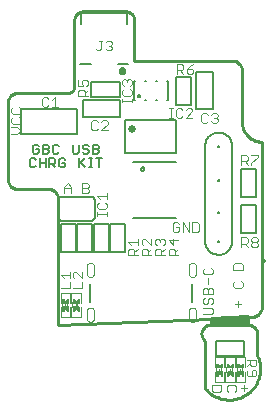
<source format=gto>
G75*
G70*
%OFA0B0*%
%FSLAX24Y24*%
%IPPOS*%
%LPD*%
%AMOC8*
5,1,8,0,0,1.08239X$1,22.5*
%
%ADD10C,0.0050*%
%ADD11C,0.0040*%
%ADD12C,0.0120*%
%ADD13C,0.0100*%
%ADD14C,0.0000*%
%ADD15C,0.0060*%
%ADD16C,0.0080*%
%ADD17C,0.0256*%
%ADD18C,0.0004*%
%ADD19C,0.0160*%
%ADD20C,0.0001*%
%ADD21C,0.0039*%
%ADD22R,0.0020X0.0197*%
D10*
X007158Y005436D02*
X007158Y008596D01*
X007593Y008596D02*
X007595Y008604D01*
X007600Y008611D01*
X007607Y008615D01*
X007615Y008616D01*
X007623Y008613D01*
X007629Y008608D01*
X007633Y008600D01*
X007633Y008592D01*
X007629Y008584D01*
X007623Y008579D01*
X007615Y008576D01*
X007607Y008577D01*
X007600Y008581D01*
X007595Y008588D01*
X007593Y008596D01*
X007158Y008596D02*
X007160Y008637D01*
X007165Y008677D01*
X007174Y008717D01*
X007187Y008756D01*
X007203Y008793D01*
X007222Y008829D01*
X007245Y008863D01*
X007270Y008895D01*
X007299Y008925D01*
X007329Y008952D01*
X007362Y008976D01*
X007397Y008997D01*
X007434Y009014D01*
X007472Y009029D01*
X007512Y009040D01*
X007552Y009047D01*
X007593Y009051D01*
X007633Y009051D01*
X007674Y009047D01*
X007714Y009040D01*
X007754Y009029D01*
X007792Y009014D01*
X007829Y008997D01*
X007864Y008976D01*
X007897Y008952D01*
X007927Y008925D01*
X007956Y008895D01*
X007981Y008863D01*
X008004Y008829D01*
X008023Y008793D01*
X008039Y008756D01*
X008052Y008717D01*
X008061Y008677D01*
X008066Y008637D01*
X008068Y008596D01*
X008068Y005436D01*
X007593Y005436D02*
X007595Y005444D01*
X007600Y005451D01*
X007607Y005455D01*
X007615Y005456D01*
X007623Y005453D01*
X007629Y005448D01*
X007633Y005440D01*
X007633Y005432D01*
X007629Y005424D01*
X007623Y005419D01*
X007615Y005416D01*
X007607Y005417D01*
X007600Y005421D01*
X007595Y005428D01*
X007593Y005436D01*
X007158Y005436D02*
X007160Y005395D01*
X007165Y005355D01*
X007174Y005315D01*
X007187Y005276D01*
X007203Y005239D01*
X007222Y005203D01*
X007245Y005169D01*
X007270Y005137D01*
X007299Y005107D01*
X007329Y005080D01*
X007362Y005056D01*
X007397Y005035D01*
X007434Y005018D01*
X007472Y005003D01*
X007512Y004992D01*
X007552Y004985D01*
X007593Y004981D01*
X007633Y004981D01*
X007674Y004985D01*
X007714Y004992D01*
X007754Y005003D01*
X007792Y005018D01*
X007829Y005035D01*
X007864Y005056D01*
X007897Y005080D01*
X007927Y005107D01*
X007956Y005137D01*
X007981Y005169D01*
X008004Y005203D01*
X008023Y005239D01*
X008039Y005276D01*
X008052Y005315D01*
X008061Y005355D01*
X008066Y005395D01*
X008068Y005436D01*
X007593Y006391D02*
X007595Y006399D01*
X007600Y006406D01*
X007607Y006410D01*
X007615Y006411D01*
X007623Y006408D01*
X007629Y006403D01*
X007633Y006395D01*
X007633Y006387D01*
X007629Y006379D01*
X007623Y006374D01*
X007615Y006371D01*
X007607Y006372D01*
X007600Y006376D01*
X007595Y006383D01*
X007593Y006391D01*
X007593Y007471D02*
X007595Y007479D01*
X007600Y007486D01*
X007607Y007490D01*
X007615Y007491D01*
X007623Y007488D01*
X007629Y007483D01*
X007633Y007475D01*
X007633Y007467D01*
X007629Y007459D01*
X007623Y007454D01*
X007615Y007451D01*
X007607Y007452D01*
X007600Y007456D01*
X007595Y007463D01*
X007593Y007471D01*
X009100Y004834D02*
X009100Y004784D01*
X009050Y004784D02*
X009052Y004797D01*
X009057Y004810D01*
X009066Y004821D01*
X009077Y004828D01*
X009090Y004833D01*
X009103Y004834D01*
X009117Y004831D01*
X009129Y004825D01*
X009139Y004816D01*
X009146Y004804D01*
X009150Y004791D01*
X009150Y004777D01*
X009146Y004764D01*
X009139Y004752D01*
X009129Y004743D01*
X009117Y004737D01*
X009103Y004734D01*
X009090Y004735D01*
X009077Y004740D01*
X009066Y004747D01*
X009057Y004758D01*
X009052Y004771D01*
X009050Y004784D01*
D11*
X008862Y005236D02*
X008755Y005236D01*
X008701Y005290D01*
X008701Y005343D01*
X008755Y005396D01*
X008862Y005396D01*
X008915Y005343D01*
X008915Y005290D01*
X008862Y005236D01*
X008862Y005396D02*
X008915Y005450D01*
X008915Y005503D01*
X008862Y005557D01*
X008755Y005557D01*
X008701Y005503D01*
X008701Y005450D01*
X008755Y005396D01*
X008584Y005396D02*
X008530Y005343D01*
X008370Y005343D01*
X008370Y005236D02*
X008370Y005557D01*
X008530Y005557D01*
X008584Y005503D01*
X008584Y005396D01*
X008477Y005343D02*
X008584Y005236D01*
X008357Y004692D02*
X008143Y004692D01*
X008090Y004639D01*
X008090Y004479D01*
X008410Y004479D01*
X008410Y004639D01*
X008357Y004692D01*
X008357Y004092D02*
X008410Y004039D01*
X008410Y003932D01*
X008357Y003879D01*
X008143Y003879D01*
X008090Y003932D01*
X008090Y004039D01*
X008143Y004092D01*
X008250Y003442D02*
X008250Y003229D01*
X008143Y003336D02*
X008357Y003336D01*
X007419Y003388D02*
X007365Y003334D01*
X007419Y003388D02*
X007419Y003494D01*
X007365Y003548D01*
X007312Y003548D01*
X007259Y003494D01*
X007259Y003388D01*
X007205Y003334D01*
X007152Y003334D01*
X007098Y003388D01*
X007098Y003494D01*
X007152Y003548D01*
X007098Y003666D02*
X007098Y003826D01*
X007152Y003879D01*
X007205Y003879D01*
X007259Y003826D01*
X007259Y003666D01*
X007259Y003826D02*
X007312Y003879D01*
X007365Y003879D01*
X007419Y003826D01*
X007419Y003666D01*
X007098Y003666D01*
X007259Y003997D02*
X007259Y004211D01*
X007365Y004329D02*
X007152Y004329D01*
X007098Y004382D01*
X007098Y004489D01*
X007152Y004542D01*
X007365Y004542D02*
X007419Y004489D01*
X007419Y004382D01*
X007365Y004329D01*
X007365Y003216D02*
X007098Y003216D01*
X007098Y003003D02*
X007365Y003003D01*
X007419Y003056D01*
X007419Y003163D01*
X007365Y003216D01*
X006260Y004966D02*
X005940Y004966D01*
X005940Y005126D01*
X005993Y005180D01*
X006100Y005180D01*
X006153Y005126D01*
X006153Y004966D01*
X006153Y005073D02*
X006260Y005180D01*
X006100Y005298D02*
X006100Y005511D01*
X006260Y005458D02*
X005940Y005458D01*
X006100Y005298D01*
X005810Y005351D02*
X005757Y005298D01*
X005810Y005351D02*
X005810Y005458D01*
X005757Y005511D01*
X005703Y005511D01*
X005650Y005458D01*
X005650Y005405D01*
X005650Y005458D02*
X005596Y005511D01*
X005543Y005511D01*
X005490Y005458D01*
X005490Y005351D01*
X005543Y005298D01*
X005543Y005180D02*
X005650Y005180D01*
X005703Y005126D01*
X005703Y004966D01*
X005810Y004966D02*
X005490Y004966D01*
X005490Y005126D01*
X005543Y005180D01*
X005360Y005180D02*
X005253Y005073D01*
X005253Y005126D02*
X005253Y004966D01*
X005360Y004966D02*
X005040Y004966D01*
X005040Y005126D01*
X005093Y005180D01*
X005200Y005180D01*
X005253Y005126D01*
X005360Y005298D02*
X005146Y005511D01*
X005093Y005511D01*
X005040Y005458D01*
X005040Y005351D01*
X005093Y005298D01*
X004910Y005298D02*
X004910Y005511D01*
X004910Y005405D02*
X004590Y005405D01*
X004696Y005298D01*
X004643Y005180D02*
X004750Y005180D01*
X004803Y005126D01*
X004803Y004966D01*
X004910Y004966D02*
X004590Y004966D01*
X004590Y005126D01*
X004643Y005180D01*
X004803Y005073D02*
X004910Y005180D01*
X005360Y005298D02*
X005360Y005511D01*
X005703Y005073D02*
X005810Y005180D01*
X006129Y005736D02*
X006236Y005736D01*
X006289Y005790D01*
X006289Y005896D01*
X006182Y005896D01*
X006076Y005790D02*
X006129Y005736D01*
X006076Y005790D02*
X006076Y006003D01*
X006129Y006057D01*
X006236Y006057D01*
X006289Y006003D01*
X006407Y006057D02*
X006621Y005736D01*
X006621Y006057D01*
X006739Y006057D02*
X006739Y005736D01*
X006899Y005736D01*
X006952Y005790D01*
X006952Y006003D01*
X006899Y006057D01*
X006739Y006057D01*
X006407Y006057D02*
X006407Y005736D01*
X008370Y007985D02*
X008370Y008305D01*
X008530Y008305D01*
X008584Y008252D01*
X008584Y008145D01*
X008530Y008091D01*
X008370Y008091D01*
X008477Y008091D02*
X008584Y007985D01*
X008701Y007985D02*
X008701Y008038D01*
X008915Y008252D01*
X008915Y008305D01*
X008701Y008305D01*
X007579Y009441D02*
X007525Y009388D01*
X007419Y009388D01*
X007365Y009441D01*
X007247Y009441D02*
X007194Y009388D01*
X007087Y009388D01*
X007034Y009441D01*
X007034Y009655D01*
X007087Y009708D01*
X007194Y009708D01*
X007247Y009655D01*
X007365Y009655D02*
X007419Y009708D01*
X007525Y009708D01*
X007579Y009655D01*
X007579Y009601D01*
X007525Y009548D01*
X007579Y009495D01*
X007579Y009441D01*
X007525Y009548D02*
X007472Y009548D01*
X006733Y009547D02*
X006519Y009547D01*
X006733Y009760D01*
X006733Y009813D01*
X006679Y009867D01*
X006573Y009867D01*
X006519Y009813D01*
X006401Y009813D02*
X006348Y009867D01*
X006241Y009867D01*
X006188Y009813D01*
X006188Y009600D01*
X006241Y009547D01*
X006348Y009547D01*
X006401Y009600D01*
X006074Y009547D02*
X005967Y009547D01*
X006020Y009547D02*
X006020Y009867D01*
X005967Y009867D02*
X006074Y009867D01*
X006218Y011017D02*
X006218Y011338D01*
X006379Y011338D01*
X006432Y011284D01*
X006432Y011178D01*
X006379Y011124D01*
X006218Y011124D01*
X006325Y011124D02*
X006432Y011017D01*
X006550Y011071D02*
X006603Y011017D01*
X006710Y011017D01*
X006763Y011071D01*
X006763Y011124D01*
X006710Y011178D01*
X006550Y011178D01*
X006550Y011071D01*
X006550Y011178D02*
X006657Y011284D01*
X006763Y011338D01*
X004710Y010779D02*
X004710Y010672D01*
X004657Y010619D01*
X004657Y010501D02*
X004710Y010447D01*
X004710Y010341D01*
X004657Y010287D01*
X004443Y010287D01*
X004390Y010341D01*
X004390Y010447D01*
X004443Y010501D01*
X004443Y010619D02*
X004390Y010672D01*
X004390Y010779D01*
X004443Y010832D01*
X004496Y010832D01*
X004550Y010779D01*
X004603Y010832D01*
X004657Y010832D01*
X004710Y010779D01*
X004550Y010779D02*
X004550Y010726D01*
X004710Y010173D02*
X004710Y010066D01*
X004710Y010120D02*
X004390Y010120D01*
X004390Y010173D02*
X004390Y010066D01*
X003860Y009457D02*
X003913Y009403D01*
X003913Y009350D01*
X003700Y009136D01*
X003913Y009136D01*
X003860Y009457D02*
X003753Y009457D01*
X003700Y009403D01*
X003582Y009403D02*
X003529Y009457D01*
X003422Y009457D01*
X003368Y009403D01*
X003368Y009190D01*
X003422Y009136D01*
X003529Y009136D01*
X003582Y009190D01*
X003258Y010271D02*
X002938Y010271D01*
X002938Y010431D01*
X002992Y010485D01*
X003098Y010485D01*
X003152Y010431D01*
X003152Y010271D01*
X003152Y010378D02*
X003258Y010485D01*
X003205Y010603D02*
X003258Y010656D01*
X003258Y010763D01*
X003205Y010816D01*
X003098Y010816D01*
X003045Y010763D01*
X003045Y010710D01*
X003098Y010603D01*
X002938Y010603D01*
X002938Y010816D01*
X002265Y009916D02*
X002051Y009916D01*
X002158Y009916D02*
X002158Y010236D01*
X002051Y010129D01*
X001934Y010183D02*
X001880Y010236D01*
X001773Y010236D01*
X001720Y010183D01*
X001720Y009969D01*
X001773Y009916D01*
X001880Y009916D01*
X001934Y009969D01*
X001010Y009839D02*
X001010Y009733D01*
X000957Y009679D01*
X000743Y009679D01*
X000690Y009733D01*
X000690Y009839D01*
X000743Y009893D01*
X000957Y009893D02*
X001010Y009839D01*
X000957Y009561D02*
X001010Y009508D01*
X001010Y009401D01*
X000957Y009348D01*
X000743Y009348D01*
X000690Y009401D01*
X000690Y009508D01*
X000743Y009561D01*
X000690Y009230D02*
X000903Y009230D01*
X001010Y009123D01*
X000903Y009016D01*
X000690Y009016D01*
X002470Y007250D02*
X002470Y007036D01*
X002470Y007196D02*
X002684Y007196D01*
X002684Y007250D02*
X002684Y007036D01*
X002684Y007250D02*
X002577Y007357D01*
X002470Y007250D01*
X003070Y007196D02*
X003230Y007196D01*
X003284Y007143D01*
X003284Y007090D01*
X003230Y007036D01*
X003070Y007036D01*
X003070Y007357D01*
X003230Y007357D01*
X003284Y007303D01*
X003284Y007250D01*
X003230Y007196D01*
X003561Y006943D02*
X003881Y006943D01*
X003881Y006836D02*
X003881Y007050D01*
X003668Y006836D02*
X003561Y006943D01*
X003614Y006718D02*
X003561Y006665D01*
X003561Y006558D01*
X003614Y006505D01*
X003828Y006505D01*
X003881Y006558D01*
X003881Y006665D01*
X003828Y006718D01*
X003881Y006391D02*
X003881Y006284D01*
X003881Y006337D02*
X003561Y006337D01*
X003561Y006284D02*
X003561Y006391D01*
X003060Y004411D02*
X003060Y004198D01*
X002846Y004411D01*
X002793Y004411D01*
X002740Y004358D01*
X002740Y004251D01*
X002793Y004198D01*
X002660Y004198D02*
X002660Y004411D01*
X002660Y004305D02*
X002340Y004305D01*
X002446Y004198D01*
X002660Y004080D02*
X002660Y003866D01*
X002340Y003866D01*
X002740Y003866D02*
X003060Y003866D01*
X003060Y004080D01*
X007377Y000626D02*
X007377Y000466D01*
X007431Y000413D01*
X007644Y000413D01*
X007698Y000466D01*
X007698Y000626D01*
X007377Y000626D01*
X007877Y000573D02*
X007877Y000466D01*
X007931Y000413D01*
X007877Y000573D02*
X007931Y000626D01*
X008144Y000626D01*
X008198Y000573D01*
X008198Y000466D01*
X008144Y000413D01*
X008356Y000542D02*
X008569Y000542D01*
X008462Y000648D02*
X008462Y000435D01*
X008601Y000931D02*
X008814Y000931D01*
X008868Y000985D01*
X008868Y001091D01*
X008814Y001145D01*
X008761Y001145D01*
X008708Y001091D01*
X008708Y000931D01*
X008601Y000931D02*
X008547Y000985D01*
X008547Y001091D01*
X008601Y001145D01*
X008547Y001263D02*
X008654Y001370D01*
X008654Y001316D02*
X008654Y001476D01*
X008547Y001476D02*
X008868Y001476D01*
X008868Y001316D01*
X008814Y001263D01*
X008708Y001263D01*
X008654Y001316D01*
X004005Y011792D02*
X003898Y011792D01*
X003845Y011846D01*
X003952Y011952D02*
X004005Y011952D01*
X004058Y011899D01*
X004058Y011846D01*
X004005Y011792D01*
X004005Y011952D02*
X004058Y012006D01*
X004058Y012059D01*
X004005Y012112D01*
X003898Y012112D01*
X003845Y012059D01*
X003727Y012112D02*
X003620Y012112D01*
X003674Y012112D02*
X003674Y011846D01*
X003620Y011792D01*
X003567Y011792D01*
X003513Y011846D01*
D12*
X007387Y002826D02*
X008587Y002846D01*
X008587Y002891D01*
X007387Y002826D01*
X007387Y002656D01*
X008587Y002656D01*
X008587Y002846D01*
X008587Y002746D02*
X007387Y002746D01*
D13*
X007364Y002832D02*
X002254Y002646D01*
X002254Y006898D01*
X002248Y006931D01*
X002239Y006963D01*
X002226Y006994D01*
X002210Y007023D01*
X002192Y007050D01*
X002170Y007076D01*
X002146Y007099D01*
X002120Y007119D01*
X002092Y007137D01*
X002062Y007151D01*
X002031Y007162D01*
X001999Y007170D01*
X001966Y007175D01*
X001933Y007176D01*
X001900Y007174D01*
X001899Y007174D02*
X000904Y007174D01*
X000871Y007176D01*
X000839Y007181D01*
X000807Y007189D01*
X000776Y007201D01*
X000747Y007216D01*
X000719Y007234D01*
X000693Y007255D01*
X000670Y007278D01*
X000649Y007304D01*
X000631Y007331D01*
X000616Y007361D01*
X000604Y007392D01*
X000596Y007424D01*
X000591Y007456D01*
X000589Y007489D01*
X000589Y010062D01*
X000591Y010095D01*
X000596Y010127D01*
X000604Y010159D01*
X000616Y010190D01*
X000631Y010219D01*
X000649Y010247D01*
X000670Y010273D01*
X000693Y010296D01*
X000719Y010317D01*
X000747Y010335D01*
X000776Y010350D01*
X000807Y010362D01*
X000839Y010370D01*
X000871Y010375D01*
X000904Y010377D01*
X002595Y010377D01*
X002595Y010376D02*
X002621Y010378D01*
X002646Y010383D01*
X002670Y010391D01*
X002693Y010402D01*
X002715Y010417D01*
X002734Y010434D01*
X002751Y010453D01*
X002766Y010474D01*
X002777Y010498D01*
X002785Y010522D01*
X002790Y010547D01*
X002792Y010573D01*
X002792Y012782D01*
X002794Y012815D01*
X002799Y012847D01*
X002807Y012879D01*
X002819Y012910D01*
X002834Y012939D01*
X002852Y012967D01*
X002873Y012993D01*
X002896Y013016D01*
X002922Y013037D01*
X002950Y013055D01*
X002979Y013070D01*
X003010Y013082D01*
X003042Y013090D01*
X003074Y013095D01*
X003107Y013097D01*
X004489Y013097D01*
X004522Y013095D01*
X004554Y013090D01*
X004586Y013082D01*
X004617Y013070D01*
X004646Y013055D01*
X004674Y013037D01*
X004700Y013016D01*
X004723Y012993D01*
X004744Y012967D01*
X004762Y012939D01*
X004777Y012910D01*
X004789Y012879D01*
X004797Y012847D01*
X004802Y012815D01*
X004804Y012782D01*
X004804Y011456D01*
X008073Y011456D01*
X008073Y011455D02*
X008108Y011452D01*
X008142Y011444D01*
X008175Y011433D01*
X008207Y011419D01*
X008237Y011401D01*
X008265Y011380D01*
X008291Y011356D01*
X008315Y011330D01*
X008335Y011302D01*
X008352Y011271D01*
X008367Y011239D01*
X008377Y011206D01*
X008384Y011171D01*
X008388Y011136D01*
X008387Y011101D01*
X008388Y011101D02*
X008388Y009382D01*
X008387Y009381D02*
X008391Y009333D01*
X008397Y009285D01*
X008408Y009237D01*
X008422Y009191D01*
X008439Y009145D01*
X008460Y009101D01*
X008484Y009059D01*
X008511Y009019D01*
X008541Y008981D01*
X008574Y008945D01*
X008610Y008911D01*
X008647Y008881D01*
X008687Y008853D01*
X008729Y008828D01*
X008773Y008807D01*
X008818Y008789D01*
X008864Y008774D01*
X008912Y008763D01*
X008960Y008756D01*
X009008Y008752D01*
X009057Y008751D01*
X009057Y008752D02*
X009057Y003294D01*
X009055Y003255D01*
X009049Y003217D01*
X009040Y003180D01*
X009027Y003143D01*
X009010Y003108D01*
X008991Y003075D01*
X008968Y003044D01*
X008942Y003015D01*
X008913Y002989D01*
X008882Y002966D01*
X008849Y002947D01*
X008814Y002930D01*
X008777Y002917D01*
X008740Y002908D01*
X008702Y002902D01*
X008663Y002900D01*
X008663Y002901D02*
X008585Y002901D01*
X008585Y002646D01*
X008618Y002644D01*
X008650Y002639D01*
X008682Y002631D01*
X008713Y002619D01*
X008742Y002604D01*
X008770Y002586D01*
X008796Y002565D01*
X008819Y002542D01*
X008840Y002516D01*
X008858Y002488D01*
X008873Y002459D01*
X008885Y002428D01*
X008893Y002396D01*
X008898Y002364D01*
X008900Y002331D01*
X008900Y001623D01*
X008925Y001565D01*
X008947Y001505D01*
X008964Y001444D01*
X008978Y001382D01*
X008988Y001320D01*
X008995Y001257D01*
X008997Y001193D01*
X008995Y001130D01*
X008990Y001066D01*
X008981Y001004D01*
X008968Y000942D01*
X008951Y000880D01*
X008930Y000820D01*
X008906Y000762D01*
X008878Y000705D01*
X008847Y000649D01*
X008813Y000596D01*
X008775Y000545D01*
X008734Y000496D01*
X008690Y000450D01*
X008644Y000407D01*
X008595Y000367D01*
X008544Y000329D01*
X008490Y000295D01*
X008435Y000265D01*
X008377Y000237D01*
X008318Y000214D01*
X008258Y000194D01*
X008197Y000177D01*
X008135Y000165D01*
X008072Y000156D01*
X008009Y000151D01*
X007945Y000150D01*
X007882Y000153D01*
X007819Y000160D01*
X007756Y000170D01*
X007694Y000185D01*
X007633Y000203D01*
X007574Y000225D01*
X007516Y000251D01*
X007459Y000280D01*
X007405Y000312D01*
X007352Y000348D01*
X007302Y000387D01*
X007254Y000428D01*
X007209Y000473D01*
X007167Y000520D01*
X007167Y002095D01*
X007168Y002096D02*
X007141Y002117D01*
X007116Y002141D01*
X007095Y002168D01*
X007076Y002197D01*
X007061Y002228D01*
X007050Y002260D01*
X007042Y002293D01*
X007038Y002328D01*
X007039Y002362D01*
X007043Y002396D01*
X007050Y002430D01*
X007062Y002462D01*
X007077Y002493D01*
X007096Y002522D01*
X007117Y002548D01*
X007142Y002572D01*
X007169Y002593D01*
X007198Y002611D01*
X007229Y002626D01*
X007262Y002637D01*
X007296Y002644D01*
X007330Y002647D01*
X007364Y002646D01*
X007364Y002832D01*
D14*
X007670Y002746D02*
X007672Y002761D01*
X007677Y002775D01*
X007686Y002787D01*
X007698Y002797D01*
X007711Y002803D01*
X007726Y002806D01*
X007741Y002805D01*
X007756Y002800D01*
X007768Y002792D01*
X007779Y002781D01*
X007786Y002768D01*
X007790Y002754D01*
X007790Y002738D01*
X007786Y002724D01*
X007779Y002711D01*
X007768Y002700D01*
X007756Y002692D01*
X007741Y002687D01*
X007726Y002686D01*
X007711Y002689D01*
X007698Y002695D01*
X007686Y002705D01*
X007677Y002717D01*
X007672Y002731D01*
X007670Y002746D01*
X008180Y002746D02*
X008182Y002761D01*
X008187Y002775D01*
X008196Y002787D01*
X008208Y002797D01*
X008221Y002803D01*
X008236Y002806D01*
X008251Y002805D01*
X008266Y002800D01*
X008278Y002792D01*
X008289Y002781D01*
X008296Y002768D01*
X008300Y002754D01*
X008300Y002738D01*
X008296Y002724D01*
X008289Y002711D01*
X008278Y002700D01*
X008266Y002692D01*
X008251Y002687D01*
X008236Y002686D01*
X008221Y002689D01*
X008208Y002695D01*
X008196Y002705D01*
X008187Y002717D01*
X008182Y002731D01*
X008180Y002746D01*
X008239Y001343D02*
X008278Y001343D01*
X008280Y001328D01*
X008286Y001314D01*
X008296Y001301D01*
X008308Y001292D01*
X008322Y001286D01*
X008337Y001284D01*
X008353Y001286D01*
X008367Y001292D01*
X008379Y001301D01*
X008389Y001314D01*
X008394Y001328D01*
X008396Y001343D01*
X008436Y001343D01*
X008436Y001225D01*
X008239Y001225D01*
X008239Y001343D01*
X008086Y001343D02*
X008086Y001225D01*
X007889Y001225D01*
X007889Y001343D01*
X007928Y001343D01*
X007930Y001328D01*
X007936Y001314D01*
X007946Y001301D01*
X007958Y001292D01*
X007972Y001286D01*
X007987Y001284D01*
X008003Y001286D01*
X008017Y001292D01*
X008029Y001301D01*
X008039Y001314D01*
X008044Y001328D01*
X008046Y001343D01*
X008086Y001343D01*
X008086Y001068D02*
X007889Y001068D01*
X007889Y000949D01*
X007928Y000949D01*
X007930Y000965D01*
X007936Y000979D01*
X007946Y000991D01*
X007958Y001001D01*
X007972Y001006D01*
X007987Y001008D01*
X008003Y001006D01*
X008017Y001001D01*
X008029Y000991D01*
X008039Y000979D01*
X008044Y000965D01*
X008046Y000949D01*
X008086Y000949D01*
X008086Y001068D01*
X008239Y001068D02*
X008436Y001068D01*
X008436Y000949D01*
X008396Y000949D01*
X008394Y000965D01*
X008389Y000979D01*
X008379Y000991D01*
X008367Y001001D01*
X008353Y001006D01*
X008337Y001008D01*
X008322Y001006D01*
X008308Y001001D01*
X008296Y000991D01*
X008286Y000979D01*
X008280Y000965D01*
X008278Y000949D01*
X008239Y000949D01*
X008239Y001068D01*
X007736Y001068D02*
X007539Y001068D01*
X007539Y000949D01*
X007578Y000949D01*
X007580Y000965D01*
X007586Y000979D01*
X007596Y000991D01*
X007608Y001001D01*
X007622Y001006D01*
X007637Y001008D01*
X007653Y001006D01*
X007667Y001001D01*
X007679Y000991D01*
X007689Y000979D01*
X007694Y000965D01*
X007696Y000949D01*
X007736Y000949D01*
X007736Y001068D01*
X007736Y001225D02*
X007539Y001225D01*
X007539Y001343D01*
X007578Y001343D01*
X007580Y001328D01*
X007586Y001314D01*
X007596Y001301D01*
X007608Y001292D01*
X007622Y001286D01*
X007637Y001284D01*
X007653Y001286D01*
X007667Y001292D01*
X007679Y001301D01*
X007689Y001314D01*
X007694Y001328D01*
X007696Y001343D01*
X007736Y001343D01*
X007736Y001225D01*
X002948Y003112D02*
X002909Y003112D01*
X002907Y003127D01*
X002901Y003142D01*
X002892Y003154D01*
X002880Y003163D01*
X002865Y003169D01*
X002850Y003171D01*
X002835Y003169D01*
X002820Y003163D01*
X002808Y003154D01*
X002799Y003142D01*
X002793Y003127D01*
X002791Y003112D01*
X002752Y003112D01*
X002752Y003230D01*
X002948Y003230D01*
X002948Y003112D01*
X002948Y003388D02*
X002752Y003388D01*
X002752Y003506D01*
X002791Y003506D01*
X002793Y003490D01*
X002799Y003476D01*
X002808Y003464D01*
X002820Y003455D01*
X002835Y003449D01*
X002850Y003447D01*
X002865Y003449D01*
X002880Y003455D01*
X002892Y003464D01*
X002901Y003476D01*
X002907Y003490D01*
X002909Y003506D01*
X002948Y003506D01*
X002948Y003388D01*
X002598Y003388D02*
X002402Y003388D01*
X002402Y003506D01*
X002441Y003506D01*
X002443Y003490D01*
X002449Y003476D01*
X002458Y003464D01*
X002470Y003455D01*
X002485Y003449D01*
X002500Y003447D01*
X002515Y003449D01*
X002530Y003455D01*
X002542Y003464D01*
X002551Y003476D01*
X002557Y003490D01*
X002559Y003506D01*
X002598Y003506D01*
X002598Y003388D01*
X002598Y003230D02*
X002402Y003230D01*
X002402Y003112D01*
X002441Y003112D01*
X002443Y003127D01*
X002449Y003142D01*
X002458Y003154D01*
X002470Y003163D01*
X002485Y003169D01*
X002500Y003171D01*
X002515Y003169D01*
X002530Y003163D01*
X002542Y003154D01*
X002551Y003142D01*
X002557Y003127D01*
X002559Y003112D01*
X002598Y003112D01*
X002598Y003230D01*
D15*
X002846Y005074D02*
X002354Y005074D01*
X002354Y006019D01*
X002846Y006019D01*
X002846Y005074D01*
X002904Y005074D02*
X003396Y005074D01*
X003396Y006019D01*
X002904Y006019D01*
X002904Y005074D01*
X003454Y005074D02*
X003454Y006019D01*
X003946Y006019D01*
X003946Y005074D01*
X003454Y005074D01*
X004004Y005074D02*
X004004Y006019D01*
X004496Y006019D01*
X004496Y005074D01*
X004004Y005074D01*
X003375Y006121D02*
X002375Y006121D01*
X002358Y006123D01*
X002341Y006127D01*
X002325Y006134D01*
X002311Y006144D01*
X002298Y006157D01*
X002288Y006171D01*
X002281Y006187D01*
X002277Y006204D01*
X002275Y006221D01*
X002275Y006821D01*
X002277Y006838D01*
X002281Y006855D01*
X002288Y006871D01*
X002298Y006885D01*
X002311Y006898D01*
X002325Y006908D01*
X002341Y006915D01*
X002358Y006919D01*
X002375Y006921D01*
X003375Y006921D01*
X003392Y006919D01*
X003409Y006915D01*
X003425Y006908D01*
X003439Y006898D01*
X003452Y006885D01*
X003462Y006871D01*
X003469Y006855D01*
X003473Y006838D01*
X003475Y006821D01*
X003475Y006221D01*
X003473Y006204D01*
X003469Y006187D01*
X003462Y006171D01*
X003452Y006157D01*
X003439Y006144D01*
X003425Y006134D01*
X003409Y006127D01*
X003392Y006123D01*
X003375Y006121D01*
X003398Y007896D02*
X003298Y007896D01*
X003348Y007896D02*
X003348Y008197D01*
X003298Y008197D02*
X003398Y008197D01*
X003408Y008346D02*
X003558Y008346D01*
X003608Y008396D01*
X003608Y008446D01*
X003558Y008496D01*
X003408Y008496D01*
X003277Y008446D02*
X003277Y008396D01*
X003227Y008346D01*
X003127Y008346D01*
X003077Y008396D01*
X003127Y008496D02*
X003227Y008496D01*
X003277Y008446D01*
X003277Y008596D02*
X003227Y008647D01*
X003127Y008647D01*
X003077Y008596D01*
X003077Y008546D01*
X003127Y008496D01*
X002946Y008396D02*
X002946Y008647D01*
X002946Y008396D02*
X002895Y008346D01*
X002795Y008346D01*
X002745Y008396D01*
X002745Y008647D01*
X002882Y009001D02*
X002882Y009848D01*
X001030Y009848D01*
X001030Y009001D01*
X002882Y009001D01*
X003082Y009560D02*
X003082Y010133D01*
X004323Y010133D01*
X004323Y009560D01*
X003082Y009560D01*
X003371Y010250D02*
X003371Y010742D01*
X004316Y010742D01*
X004316Y010250D01*
X003371Y010250D01*
X003408Y008647D02*
X003558Y008647D01*
X003608Y008596D01*
X003608Y008546D01*
X003558Y008496D01*
X003408Y008346D02*
X003408Y008647D01*
X003519Y008197D02*
X003719Y008197D01*
X003619Y008197D02*
X003619Y007896D01*
X003167Y007896D02*
X003016Y008046D01*
X002966Y007996D02*
X003167Y008197D01*
X002966Y008197D02*
X002966Y007896D01*
X002504Y007946D02*
X002504Y008046D01*
X002403Y008046D01*
X002303Y007946D02*
X002353Y007896D01*
X002453Y007896D01*
X002504Y007946D01*
X002504Y008146D02*
X002453Y008197D01*
X002353Y008197D01*
X002303Y008146D01*
X002303Y007946D01*
X002172Y007896D02*
X002072Y007996D01*
X002122Y007996D02*
X001972Y007996D01*
X001972Y007896D02*
X001972Y008197D01*
X002122Y008197D01*
X002172Y008146D01*
X002172Y008046D01*
X002122Y007996D01*
X002132Y008346D02*
X002233Y008346D01*
X002283Y008396D01*
X002283Y008596D02*
X002233Y008647D01*
X002132Y008647D01*
X002082Y008596D01*
X002082Y008396D01*
X002132Y008346D01*
X001951Y008396D02*
X001901Y008346D01*
X001751Y008346D01*
X001751Y008647D01*
X001901Y008647D01*
X001951Y008596D01*
X001951Y008546D01*
X001901Y008496D01*
X001751Y008496D01*
X001620Y008496D02*
X001519Y008496D01*
X001620Y008496D02*
X001620Y008396D01*
X001570Y008346D01*
X001469Y008346D01*
X001419Y008396D01*
X001419Y008596D01*
X001469Y008647D01*
X001570Y008647D01*
X001620Y008596D01*
X001901Y008496D02*
X001951Y008446D01*
X001951Y008396D01*
X001841Y008197D02*
X001841Y007896D01*
X001841Y008046D02*
X001640Y008046D01*
X001640Y007896D02*
X001640Y008197D01*
X001509Y008146D02*
X001459Y008197D01*
X001359Y008197D01*
X001309Y008146D01*
X001309Y007946D01*
X001359Y007896D01*
X001459Y007896D01*
X001509Y007946D01*
X004760Y008060D02*
X006180Y008060D01*
X006863Y009826D02*
X007436Y009826D01*
X007436Y011067D01*
X006863Y011067D01*
X006863Y009826D01*
X006679Y009974D02*
X006187Y009974D01*
X006187Y010919D01*
X006679Y010919D01*
X006679Y009974D01*
X005910Y010127D02*
X005873Y010127D01*
X005910Y010127D02*
X005910Y010765D01*
X005873Y010765D01*
X005556Y010765D02*
X005519Y010765D01*
X005181Y010765D02*
X005144Y010765D01*
X004827Y010765D02*
X004790Y010765D01*
X004790Y010127D01*
X004827Y010127D01*
X004917Y010269D02*
X004919Y010281D01*
X004924Y010292D01*
X004933Y010301D01*
X004944Y010306D01*
X004956Y010308D01*
X004968Y010306D01*
X004979Y010301D01*
X004988Y010292D01*
X004993Y010281D01*
X004995Y010269D01*
X004993Y010257D01*
X004988Y010246D01*
X004979Y010237D01*
X004968Y010232D01*
X004956Y010230D01*
X004944Y010232D01*
X004933Y010237D01*
X004924Y010246D01*
X004919Y010257D01*
X004917Y010269D01*
X005144Y010127D02*
X005181Y010127D01*
X005519Y010127D02*
X005556Y010127D01*
X006180Y006200D02*
X004760Y006200D01*
X007515Y002092D02*
X007515Y001600D01*
X008460Y001600D01*
X008460Y002092D01*
X007515Y002092D01*
X008354Y005691D02*
X008354Y006636D01*
X008846Y006636D01*
X008846Y005691D01*
X008354Y005691D01*
X008354Y006891D02*
X008354Y007836D01*
X008846Y007836D01*
X008846Y006891D01*
X008354Y006891D01*
D16*
X006737Y004008D02*
X006737Y003411D01*
X005023Y007840D02*
X005025Y007855D01*
X005031Y007868D01*
X005040Y007880D01*
X005051Y007889D01*
X005065Y007895D01*
X005080Y007897D01*
X005095Y007895D01*
X005108Y007889D01*
X005120Y007880D01*
X005129Y007869D01*
X005135Y007855D01*
X005137Y007840D01*
X005135Y007825D01*
X005129Y007812D01*
X005120Y007800D01*
X005109Y007791D01*
X005095Y007785D01*
X005080Y007783D01*
X005065Y007785D01*
X005052Y007791D01*
X005040Y007800D01*
X005031Y007811D01*
X005025Y007825D01*
X005023Y007840D01*
X004504Y008366D02*
X004504Y009468D01*
X006196Y009468D01*
X006196Y008366D01*
X004504Y008366D01*
X004601Y011340D02*
X004246Y011340D01*
X003360Y011340D02*
X002986Y011340D01*
X003037Y012664D02*
X003037Y013038D01*
X003039Y013041D02*
X004548Y013041D01*
X004545Y013038D02*
X004545Y012664D01*
X003336Y004008D02*
X003336Y003411D01*
D17*
X004710Y009173D03*
D18*
X003454Y004600D02*
X003454Y004356D01*
X003452Y004336D01*
X003447Y004316D01*
X003438Y004297D01*
X003426Y004280D01*
X003412Y004266D01*
X003395Y004254D01*
X003376Y004245D01*
X003356Y004240D01*
X003336Y004238D01*
X003316Y004240D01*
X003296Y004245D01*
X003277Y004254D01*
X003260Y004266D01*
X003246Y004280D01*
X003234Y004297D01*
X003225Y004316D01*
X003220Y004336D01*
X003218Y004356D01*
X003218Y004600D01*
X003220Y004620D01*
X003225Y004640D01*
X003234Y004659D01*
X003246Y004676D01*
X003260Y004690D01*
X003277Y004702D01*
X003296Y004711D01*
X003316Y004716D01*
X003336Y004718D01*
X003356Y004716D01*
X003376Y004711D01*
X003395Y004702D01*
X003412Y004690D01*
X003426Y004676D01*
X003438Y004659D01*
X003447Y004640D01*
X003452Y004620D01*
X003454Y004600D01*
X003454Y003104D02*
X003454Y002860D01*
X003452Y002840D01*
X003447Y002820D01*
X003438Y002801D01*
X003426Y002784D01*
X003412Y002770D01*
X003395Y002758D01*
X003376Y002749D01*
X003356Y002744D01*
X003336Y002742D01*
X003316Y002744D01*
X003296Y002749D01*
X003277Y002758D01*
X003260Y002770D01*
X003246Y002784D01*
X003234Y002801D01*
X003225Y002820D01*
X003220Y002840D01*
X003218Y002860D01*
X003218Y003104D01*
X003220Y003124D01*
X003225Y003144D01*
X003234Y003163D01*
X003246Y003180D01*
X003260Y003194D01*
X003277Y003206D01*
X003296Y003215D01*
X003316Y003220D01*
X003336Y003222D01*
X003356Y003220D01*
X003376Y003215D01*
X003395Y003206D01*
X003412Y003194D01*
X003426Y003180D01*
X003438Y003163D01*
X003447Y003144D01*
X003452Y003124D01*
X003454Y003104D01*
X006619Y003104D02*
X006619Y002860D01*
X006621Y002840D01*
X006626Y002820D01*
X006635Y002801D01*
X006647Y002784D01*
X006661Y002770D01*
X006678Y002758D01*
X006697Y002749D01*
X006717Y002744D01*
X006737Y002742D01*
X006757Y002744D01*
X006777Y002749D01*
X006796Y002758D01*
X006813Y002770D01*
X006827Y002784D01*
X006839Y002801D01*
X006848Y002820D01*
X006853Y002840D01*
X006855Y002860D01*
X006855Y003104D01*
X006853Y003124D01*
X006848Y003144D01*
X006839Y003163D01*
X006827Y003180D01*
X006813Y003194D01*
X006796Y003206D01*
X006777Y003215D01*
X006757Y003220D01*
X006737Y003222D01*
X006717Y003220D01*
X006697Y003215D01*
X006678Y003206D01*
X006661Y003194D01*
X006647Y003180D01*
X006635Y003163D01*
X006626Y003144D01*
X006621Y003124D01*
X006619Y003104D01*
X006619Y004356D02*
X006619Y004600D01*
X006621Y004620D01*
X006626Y004640D01*
X006635Y004659D01*
X006647Y004676D01*
X006661Y004690D01*
X006678Y004702D01*
X006697Y004711D01*
X006717Y004716D01*
X006737Y004718D01*
X006757Y004716D01*
X006777Y004711D01*
X006796Y004702D01*
X006813Y004690D01*
X006827Y004676D01*
X006839Y004659D01*
X006848Y004640D01*
X006853Y004620D01*
X006855Y004600D01*
X006855Y004356D01*
X006853Y004336D01*
X006848Y004316D01*
X006839Y004297D01*
X006827Y004280D01*
X006813Y004266D01*
X006796Y004254D01*
X006777Y004245D01*
X006757Y004240D01*
X006737Y004238D01*
X006717Y004240D01*
X006697Y004245D01*
X006678Y004254D01*
X006661Y004266D01*
X006647Y004280D01*
X006635Y004297D01*
X006626Y004316D01*
X006621Y004336D01*
X006619Y004356D01*
D19*
X004348Y011114D02*
X004350Y011127D01*
X004356Y011139D01*
X004365Y011148D01*
X004376Y011155D01*
X004389Y011158D01*
X004402Y011157D01*
X004414Y011152D01*
X004424Y011144D01*
X004432Y011133D01*
X004436Y011121D01*
X004436Y011107D01*
X004432Y011095D01*
X004424Y011084D01*
X004414Y011076D01*
X004402Y011071D01*
X004389Y011070D01*
X004376Y011073D01*
X004365Y011080D01*
X004356Y011089D01*
X004350Y011101D01*
X004348Y011114D01*
D20*
X002948Y003505D02*
X002909Y003505D01*
X002909Y003504D02*
X002948Y003504D01*
X002948Y003503D02*
X002909Y003503D01*
X002909Y003502D02*
X002948Y003502D01*
X002948Y003501D02*
X002908Y003501D01*
X002908Y003500D02*
X002948Y003500D01*
X002948Y003499D02*
X002908Y003499D01*
X002908Y003498D02*
X002948Y003498D01*
X002948Y003497D02*
X002908Y003497D01*
X002908Y003496D02*
X002948Y003496D01*
X002948Y003495D02*
X002908Y003495D01*
X002908Y003494D02*
X002948Y003494D01*
X002948Y003493D02*
X002907Y003493D01*
X002907Y003492D02*
X002948Y003492D01*
X002948Y003491D02*
X002907Y003491D01*
X002907Y003490D02*
X002948Y003490D01*
X002948Y003489D02*
X002907Y003489D01*
X002906Y003488D02*
X002948Y003488D01*
X002948Y003487D02*
X002906Y003487D01*
X002905Y003486D02*
X002948Y003486D01*
X002948Y003485D02*
X002905Y003485D01*
X002905Y003484D02*
X002948Y003484D01*
X002948Y003483D02*
X002904Y003483D01*
X002904Y003482D02*
X002948Y003482D01*
X002948Y003481D02*
X002903Y003481D01*
X002903Y003480D02*
X002948Y003480D01*
X002948Y003479D02*
X002902Y003479D01*
X002902Y003478D02*
X002948Y003478D01*
X002948Y003477D02*
X002902Y003477D01*
X002901Y003476D02*
X002948Y003476D01*
X002948Y003475D02*
X002901Y003475D01*
X002900Y003474D02*
X002948Y003474D01*
X002948Y003473D02*
X002899Y003473D01*
X002898Y003472D02*
X002948Y003472D01*
X002948Y003471D02*
X002898Y003471D01*
X002897Y003470D02*
X002948Y003470D01*
X002948Y003469D02*
X002896Y003469D01*
X002895Y003468D02*
X002948Y003468D01*
X002948Y003467D02*
X002894Y003467D01*
X002894Y003466D02*
X002948Y003466D01*
X002948Y003465D02*
X002893Y003465D01*
X002892Y003464D02*
X002948Y003464D01*
X002948Y003463D02*
X002891Y003463D01*
X002890Y003462D02*
X002948Y003462D01*
X002948Y003461D02*
X002889Y003461D01*
X002887Y003460D02*
X002948Y003460D01*
X002948Y003459D02*
X002886Y003459D01*
X002885Y003458D02*
X002948Y003458D01*
X002948Y003457D02*
X002883Y003457D01*
X002882Y003456D02*
X002948Y003456D01*
X002948Y003455D02*
X002881Y003455D01*
X002879Y003454D02*
X002948Y003454D01*
X002948Y003453D02*
X002877Y003453D01*
X002874Y003452D02*
X002948Y003452D01*
X002948Y003451D02*
X002872Y003451D01*
X002870Y003450D02*
X002948Y003450D01*
X002948Y003449D02*
X002867Y003449D01*
X002864Y003448D02*
X002948Y003448D01*
X002948Y003447D02*
X002856Y003447D01*
X002844Y003447D02*
X002752Y003447D01*
X002752Y003446D02*
X002948Y003446D01*
X002948Y003445D02*
X002752Y003445D01*
X002752Y003444D02*
X002948Y003444D01*
X002948Y003443D02*
X002752Y003443D01*
X002752Y003442D02*
X002948Y003442D01*
X002948Y003441D02*
X002752Y003441D01*
X002752Y003440D02*
X002948Y003440D01*
X002948Y003439D02*
X002752Y003439D01*
X002752Y003438D02*
X002948Y003438D01*
X002948Y003437D02*
X002752Y003437D01*
X002752Y003436D02*
X002948Y003436D01*
X002752Y003436D01*
X002752Y003435D02*
X002948Y003435D01*
X002948Y003434D02*
X002752Y003434D01*
X002752Y003433D02*
X002948Y003433D01*
X002948Y003432D02*
X002752Y003432D01*
X002752Y003431D02*
X002948Y003431D01*
X002948Y003430D02*
X002752Y003430D01*
X002752Y003429D02*
X002948Y003429D01*
X002948Y003428D02*
X002752Y003428D01*
X002752Y003427D02*
X002948Y003427D01*
X002948Y003426D02*
X002752Y003426D01*
X002752Y003425D02*
X002948Y003425D01*
X002948Y003424D02*
X002752Y003424D01*
X002752Y003423D02*
X002948Y003423D01*
X002948Y003422D02*
X002752Y003422D01*
X002752Y003421D02*
X002948Y003421D01*
X002948Y003420D02*
X002752Y003420D01*
X002752Y003419D02*
X002948Y003419D01*
X002948Y003418D02*
X002752Y003418D01*
X002752Y003417D02*
X002948Y003417D01*
X002948Y003416D02*
X002752Y003416D01*
X002752Y003415D02*
X002948Y003415D01*
X002948Y003414D02*
X002752Y003414D01*
X002752Y003413D02*
X002948Y003413D01*
X002948Y003412D02*
X002752Y003412D01*
X002752Y003411D02*
X002948Y003411D01*
X002948Y003410D02*
X002752Y003410D01*
X002752Y003409D02*
X002948Y003409D01*
X002948Y003408D02*
X002752Y003408D01*
X002752Y003407D02*
X002948Y003407D01*
X002948Y003406D02*
X002752Y003406D01*
X002752Y003405D02*
X002948Y003405D01*
X002948Y003404D02*
X002752Y003404D01*
X002752Y003403D02*
X002948Y003403D01*
X002948Y003402D02*
X002752Y003402D01*
X002752Y003401D02*
X002948Y003401D01*
X002948Y003400D02*
X002752Y003400D01*
X002752Y003399D02*
X002948Y003399D01*
X002948Y003398D02*
X002752Y003398D01*
X002752Y003397D02*
X002948Y003397D01*
X002948Y003396D02*
X002752Y003396D01*
X002752Y003395D02*
X002948Y003395D01*
X002948Y003394D02*
X002752Y003394D01*
X002752Y003393D02*
X002948Y003393D01*
X002948Y003392D02*
X002752Y003392D01*
X002752Y003391D02*
X002948Y003391D01*
X002948Y003390D02*
X002752Y003390D01*
X002752Y003389D02*
X002948Y003389D01*
X002836Y003448D02*
X002752Y003448D01*
X002752Y003449D02*
X002833Y003449D01*
X002830Y003450D02*
X002752Y003450D01*
X002752Y003451D02*
X002828Y003451D01*
X002826Y003452D02*
X002752Y003452D01*
X002752Y003453D02*
X002823Y003453D01*
X002821Y003454D02*
X002752Y003454D01*
X002752Y003455D02*
X002819Y003455D01*
X002818Y003456D02*
X002752Y003456D01*
X002752Y003457D02*
X002817Y003457D01*
X002815Y003458D02*
X002752Y003458D01*
X002752Y003459D02*
X002814Y003459D01*
X002813Y003460D02*
X002752Y003460D01*
X002752Y003461D02*
X002811Y003461D01*
X002810Y003462D02*
X002752Y003462D01*
X002752Y003463D02*
X002809Y003463D01*
X002808Y003464D02*
X002752Y003464D01*
X002752Y003465D02*
X002807Y003465D01*
X002806Y003466D02*
X002752Y003466D01*
X002752Y003467D02*
X002806Y003467D01*
X002805Y003468D02*
X002752Y003468D01*
X002752Y003469D02*
X002804Y003469D01*
X002803Y003470D02*
X002752Y003470D01*
X002752Y003471D02*
X002802Y003471D01*
X002802Y003472D02*
X002752Y003472D01*
X002752Y003473D02*
X002801Y003473D01*
X002800Y003474D02*
X002752Y003474D01*
X002752Y003475D02*
X002799Y003475D01*
X002799Y003476D02*
X002752Y003476D01*
X002752Y003477D02*
X002798Y003477D01*
X002798Y003478D02*
X002752Y003478D01*
X002752Y003479D02*
X002798Y003479D01*
X002797Y003480D02*
X002752Y003480D01*
X002752Y003481D02*
X002797Y003481D01*
X002796Y003482D02*
X002752Y003482D01*
X002752Y003483D02*
X002796Y003483D01*
X002795Y003484D02*
X002752Y003484D01*
X002752Y003485D02*
X002795Y003485D01*
X002795Y003486D02*
X002752Y003486D01*
X002752Y003487D02*
X002794Y003487D01*
X002794Y003488D02*
X002752Y003488D01*
X002752Y003489D02*
X002793Y003489D01*
X002793Y003490D02*
X002752Y003490D01*
X002752Y003491D02*
X002793Y003491D01*
X002793Y003492D02*
X002752Y003492D01*
X002752Y003493D02*
X002793Y003493D01*
X002792Y003494D02*
X002752Y003494D01*
X002752Y003495D02*
X002792Y003495D01*
X002792Y003496D02*
X002752Y003496D01*
X002752Y003497D02*
X002792Y003497D01*
X002792Y003498D02*
X002752Y003498D01*
X002752Y003499D02*
X002792Y003499D01*
X002792Y003500D02*
X002752Y003500D01*
X002752Y003501D02*
X002792Y003501D01*
X002791Y003502D02*
X002752Y003502D01*
X002752Y003503D02*
X002791Y003503D01*
X002791Y003504D02*
X002752Y003504D01*
X002752Y003505D02*
X002791Y003505D01*
X002598Y003505D02*
X002559Y003505D01*
X002559Y003504D02*
X002598Y003504D01*
X002598Y003503D02*
X002559Y003503D01*
X002559Y003502D02*
X002598Y003502D01*
X002598Y003501D02*
X002558Y003501D01*
X002558Y003500D02*
X002598Y003500D01*
X002598Y003499D02*
X002558Y003499D01*
X002558Y003498D02*
X002598Y003498D01*
X002598Y003497D02*
X002558Y003497D01*
X002558Y003496D02*
X002598Y003496D01*
X002598Y003495D02*
X002558Y003495D01*
X002558Y003494D02*
X002598Y003494D01*
X002598Y003493D02*
X002557Y003493D01*
X002557Y003492D02*
X002598Y003492D01*
X002598Y003491D02*
X002557Y003491D01*
X002557Y003490D02*
X002598Y003490D01*
X002598Y003489D02*
X002557Y003489D01*
X002556Y003488D02*
X002598Y003488D01*
X002598Y003487D02*
X002556Y003487D01*
X002555Y003486D02*
X002598Y003486D01*
X002598Y003485D02*
X002555Y003485D01*
X002555Y003484D02*
X002598Y003484D01*
X002598Y003483D02*
X002554Y003483D01*
X002554Y003482D02*
X002598Y003482D01*
X002598Y003481D02*
X002553Y003481D01*
X002553Y003480D02*
X002598Y003480D01*
X002598Y003479D02*
X002552Y003479D01*
X002552Y003478D02*
X002598Y003478D01*
X002598Y003477D02*
X002552Y003477D01*
X002551Y003476D02*
X002598Y003476D01*
X002598Y003475D02*
X002551Y003475D01*
X002550Y003474D02*
X002598Y003474D01*
X002598Y003473D02*
X002549Y003473D01*
X002548Y003472D02*
X002598Y003472D01*
X002598Y003471D02*
X002548Y003471D01*
X002547Y003470D02*
X002598Y003470D01*
X002598Y003469D02*
X002546Y003469D01*
X002545Y003468D02*
X002598Y003468D01*
X002598Y003467D02*
X002544Y003467D01*
X002544Y003466D02*
X002598Y003466D01*
X002598Y003465D02*
X002543Y003465D01*
X002542Y003464D02*
X002598Y003464D01*
X002598Y003463D02*
X002541Y003463D01*
X002540Y003462D02*
X002598Y003462D01*
X002598Y003461D02*
X002539Y003461D01*
X002537Y003460D02*
X002598Y003460D01*
X002598Y003459D02*
X002536Y003459D01*
X002535Y003458D02*
X002598Y003458D01*
X002598Y003457D02*
X002533Y003457D01*
X002532Y003456D02*
X002598Y003456D01*
X002598Y003455D02*
X002531Y003455D01*
X002529Y003454D02*
X002598Y003454D01*
X002598Y003453D02*
X002527Y003453D01*
X002524Y003452D02*
X002598Y003452D01*
X002598Y003451D02*
X002522Y003451D01*
X002520Y003450D02*
X002598Y003450D01*
X002598Y003449D02*
X002517Y003449D01*
X002514Y003448D02*
X002598Y003448D01*
X002598Y003447D02*
X002506Y003447D01*
X002494Y003447D02*
X002402Y003447D01*
X002402Y003446D02*
X002598Y003446D01*
X002598Y003445D02*
X002402Y003445D01*
X002402Y003444D02*
X002598Y003444D01*
X002598Y003443D02*
X002402Y003443D01*
X002402Y003442D02*
X002598Y003442D01*
X002598Y003441D02*
X002402Y003441D01*
X002402Y003440D02*
X002598Y003440D01*
X002598Y003439D02*
X002402Y003439D01*
X002402Y003438D02*
X002598Y003438D01*
X002598Y003437D02*
X002402Y003437D01*
X002402Y003436D02*
X002598Y003436D01*
X002402Y003436D01*
X002402Y003435D02*
X002598Y003435D01*
X002598Y003434D02*
X002402Y003434D01*
X002402Y003433D02*
X002598Y003433D01*
X002598Y003432D02*
X002402Y003432D01*
X002402Y003431D02*
X002598Y003431D01*
X002598Y003430D02*
X002402Y003430D01*
X002402Y003429D02*
X002598Y003429D01*
X002598Y003428D02*
X002402Y003428D01*
X002402Y003427D02*
X002598Y003427D01*
X002598Y003426D02*
X002402Y003426D01*
X002402Y003425D02*
X002598Y003425D01*
X002598Y003424D02*
X002402Y003424D01*
X002402Y003423D02*
X002598Y003423D01*
X002598Y003422D02*
X002402Y003422D01*
X002402Y003421D02*
X002598Y003421D01*
X002598Y003420D02*
X002402Y003420D01*
X002402Y003419D02*
X002598Y003419D01*
X002598Y003418D02*
X002402Y003418D01*
X002402Y003417D02*
X002598Y003417D01*
X002598Y003416D02*
X002402Y003416D01*
X002402Y003415D02*
X002598Y003415D01*
X002598Y003414D02*
X002402Y003414D01*
X002402Y003413D02*
X002598Y003413D01*
X002598Y003412D02*
X002402Y003412D01*
X002402Y003411D02*
X002598Y003411D01*
X002598Y003410D02*
X002402Y003410D01*
X002402Y003409D02*
X002598Y003409D01*
X002598Y003408D02*
X002402Y003408D01*
X002402Y003407D02*
X002598Y003407D01*
X002598Y003406D02*
X002402Y003406D01*
X002402Y003405D02*
X002598Y003405D01*
X002598Y003404D02*
X002402Y003404D01*
X002402Y003403D02*
X002598Y003403D01*
X002598Y003402D02*
X002402Y003402D01*
X002402Y003401D02*
X002598Y003401D01*
X002598Y003400D02*
X002402Y003400D01*
X002402Y003399D02*
X002598Y003399D01*
X002598Y003398D02*
X002402Y003398D01*
X002402Y003397D02*
X002598Y003397D01*
X002598Y003396D02*
X002402Y003396D01*
X002402Y003395D02*
X002598Y003395D01*
X002598Y003394D02*
X002402Y003394D01*
X002402Y003393D02*
X002598Y003393D01*
X002598Y003392D02*
X002402Y003392D01*
X002402Y003391D02*
X002598Y003391D01*
X002598Y003390D02*
X002402Y003390D01*
X002402Y003389D02*
X002598Y003389D01*
X002486Y003448D02*
X002402Y003448D01*
X002402Y003449D02*
X002483Y003449D01*
X002480Y003450D02*
X002402Y003450D01*
X002402Y003451D02*
X002478Y003451D01*
X002476Y003452D02*
X002402Y003452D01*
X002402Y003453D02*
X002473Y003453D01*
X002471Y003454D02*
X002402Y003454D01*
X002402Y003455D02*
X002469Y003455D01*
X002468Y003456D02*
X002402Y003456D01*
X002402Y003457D02*
X002467Y003457D01*
X002465Y003458D02*
X002402Y003458D01*
X002402Y003459D02*
X002464Y003459D01*
X002463Y003460D02*
X002402Y003460D01*
X002402Y003461D02*
X002461Y003461D01*
X002460Y003462D02*
X002402Y003462D01*
X002402Y003463D02*
X002459Y003463D01*
X002458Y003464D02*
X002402Y003464D01*
X002402Y003465D02*
X002457Y003465D01*
X002456Y003466D02*
X002402Y003466D01*
X002402Y003467D02*
X002456Y003467D01*
X002455Y003468D02*
X002402Y003468D01*
X002402Y003469D02*
X002454Y003469D01*
X002453Y003470D02*
X002402Y003470D01*
X002402Y003471D02*
X002452Y003471D01*
X002452Y003472D02*
X002402Y003472D01*
X002402Y003473D02*
X002451Y003473D01*
X002450Y003474D02*
X002402Y003474D01*
X002402Y003475D02*
X002449Y003475D01*
X002449Y003476D02*
X002402Y003476D01*
X002402Y003477D02*
X002448Y003477D01*
X002448Y003478D02*
X002402Y003478D01*
X002402Y003479D02*
X002448Y003479D01*
X002447Y003480D02*
X002402Y003480D01*
X002402Y003481D02*
X002447Y003481D01*
X002446Y003482D02*
X002402Y003482D01*
X002402Y003483D02*
X002446Y003483D01*
X002445Y003484D02*
X002402Y003484D01*
X002402Y003485D02*
X002445Y003485D01*
X002445Y003486D02*
X002402Y003486D01*
X002402Y003487D02*
X002444Y003487D01*
X002444Y003488D02*
X002402Y003488D01*
X002402Y003489D02*
X002443Y003489D01*
X002443Y003490D02*
X002402Y003490D01*
X002402Y003491D02*
X002443Y003491D01*
X002443Y003492D02*
X002402Y003492D01*
X002402Y003493D02*
X002443Y003493D01*
X002442Y003494D02*
X002402Y003494D01*
X002402Y003495D02*
X002442Y003495D01*
X002442Y003496D02*
X002402Y003496D01*
X002402Y003497D02*
X002442Y003497D01*
X002442Y003498D02*
X002402Y003498D01*
X002402Y003499D02*
X002442Y003499D01*
X002442Y003500D02*
X002402Y003500D01*
X002402Y003501D02*
X002442Y003501D01*
X002441Y003502D02*
X002402Y003502D01*
X002402Y003503D02*
X002441Y003503D01*
X002441Y003504D02*
X002402Y003504D01*
X002402Y003505D02*
X002441Y003505D01*
X002402Y003230D02*
X002598Y003230D01*
X002598Y003229D02*
X002402Y003229D01*
X002402Y003228D02*
X002598Y003228D01*
X002598Y003227D02*
X002402Y003227D01*
X002402Y003226D02*
X002598Y003226D01*
X002598Y003225D02*
X002402Y003225D01*
X002402Y003224D02*
X002598Y003224D01*
X002598Y003223D02*
X002402Y003223D01*
X002402Y003222D02*
X002598Y003222D01*
X002598Y003221D02*
X002402Y003221D01*
X002402Y003220D02*
X002598Y003220D01*
X002598Y003219D02*
X002402Y003219D01*
X002402Y003218D02*
X002598Y003218D01*
X002598Y003217D02*
X002402Y003217D01*
X002402Y003216D02*
X002598Y003216D01*
X002598Y003215D02*
X002402Y003215D01*
X002402Y003214D02*
X002598Y003214D01*
X002598Y003213D02*
X002402Y003213D01*
X002402Y003212D02*
X002598Y003212D01*
X002598Y003211D02*
X002402Y003211D01*
X002402Y003210D02*
X002598Y003210D01*
X002598Y003209D02*
X002402Y003209D01*
X002402Y003208D02*
X002598Y003208D01*
X002598Y003207D02*
X002402Y003207D01*
X002402Y003206D02*
X002598Y003206D01*
X002598Y003205D02*
X002402Y003205D01*
X002402Y003204D02*
X002598Y003204D01*
X002598Y003203D02*
X002402Y003203D01*
X002402Y003202D02*
X002598Y003202D01*
X002598Y003201D02*
X002402Y003201D01*
X002402Y003200D02*
X002598Y003200D01*
X002598Y003199D02*
X002402Y003199D01*
X002402Y003198D02*
X002598Y003198D01*
X002598Y003197D02*
X002402Y003197D01*
X002402Y003196D02*
X002598Y003196D01*
X002598Y003195D02*
X002402Y003195D01*
X002402Y003194D02*
X002598Y003194D01*
X002598Y003193D02*
X002402Y003193D01*
X002402Y003192D02*
X002598Y003192D01*
X002598Y003191D02*
X002402Y003191D01*
X002402Y003190D02*
X002598Y003190D01*
X002598Y003189D02*
X002402Y003189D01*
X002402Y003188D02*
X002598Y003188D01*
X002598Y003187D02*
X002402Y003187D01*
X002402Y003186D02*
X002598Y003186D01*
X002598Y003185D02*
X002402Y003185D01*
X002402Y003184D02*
X002598Y003184D01*
X002598Y003183D02*
X002402Y003183D01*
X002402Y003182D02*
X002598Y003182D01*
X002598Y003181D02*
X002402Y003181D01*
X002402Y003180D02*
X002598Y003180D01*
X002598Y003179D02*
X002402Y003179D01*
X002402Y003178D02*
X002598Y003178D01*
X002598Y003177D02*
X002402Y003177D01*
X002402Y003176D02*
X002598Y003176D01*
X002598Y003175D02*
X002402Y003175D01*
X002402Y003174D02*
X002598Y003174D01*
X002598Y003173D02*
X002402Y003173D01*
X002402Y003172D02*
X002598Y003172D01*
X002598Y003171D02*
X002502Y003171D01*
X002498Y003171D02*
X002402Y003171D01*
X002402Y003170D02*
X002490Y003170D01*
X002484Y003169D02*
X002402Y003169D01*
X002402Y003168D02*
X002482Y003168D01*
X002479Y003167D02*
X002402Y003167D01*
X002402Y003166D02*
X002477Y003166D01*
X002474Y003165D02*
X002402Y003165D01*
X002402Y003164D02*
X002472Y003164D01*
X002470Y003163D02*
X002402Y003163D01*
X002402Y003162D02*
X002469Y003162D01*
X002467Y003161D02*
X002402Y003161D01*
X002402Y003160D02*
X002466Y003160D01*
X002465Y003159D02*
X002402Y003159D01*
X002402Y003158D02*
X002463Y003158D01*
X002462Y003157D02*
X002402Y003157D01*
X002402Y003156D02*
X002461Y003156D01*
X002460Y003155D02*
X002402Y003155D01*
X002402Y003154D02*
X002458Y003154D01*
X002457Y003153D02*
X002402Y003153D01*
X002402Y003152D02*
X002457Y003152D01*
X002456Y003151D02*
X002402Y003151D01*
X002402Y003150D02*
X002455Y003150D01*
X002454Y003149D02*
X002402Y003149D01*
X002402Y003148D02*
X002454Y003148D01*
X002453Y003147D02*
X002402Y003147D01*
X002402Y003146D02*
X002452Y003146D01*
X002451Y003145D02*
X002402Y003145D01*
X002402Y003144D02*
X002451Y003144D01*
X002450Y003143D02*
X002402Y003143D01*
X002402Y003142D02*
X002449Y003142D01*
X002449Y003141D02*
X002402Y003141D01*
X002402Y003140D02*
X002448Y003140D01*
X002448Y003139D02*
X002402Y003139D01*
X002402Y003138D02*
X002447Y003138D01*
X002447Y003137D02*
X002402Y003137D01*
X002402Y003136D02*
X002446Y003136D01*
X002446Y003135D02*
X002402Y003135D01*
X002402Y003134D02*
X002446Y003134D01*
X002445Y003133D02*
X002402Y003133D01*
X002402Y003132D02*
X002445Y003132D01*
X002444Y003131D02*
X002402Y003131D01*
X002402Y003130D02*
X002444Y003130D01*
X002444Y003129D02*
X002402Y003129D01*
X002402Y003128D02*
X002443Y003128D01*
X002443Y003127D02*
X002402Y003127D01*
X002402Y003126D02*
X002443Y003126D01*
X002443Y003125D02*
X002402Y003125D01*
X002402Y003124D02*
X002442Y003124D01*
X002442Y003123D02*
X002402Y003123D01*
X002402Y003122D02*
X002442Y003122D01*
X002442Y003121D02*
X002402Y003121D01*
X002402Y003120D02*
X002442Y003120D01*
X002442Y003119D02*
X002402Y003119D01*
X002402Y003118D02*
X002442Y003118D01*
X002442Y003117D02*
X002402Y003117D01*
X002402Y003116D02*
X002441Y003116D01*
X002441Y003115D02*
X002402Y003115D01*
X002402Y003114D02*
X002441Y003114D01*
X002441Y003113D02*
X002402Y003113D01*
X002510Y003170D02*
X002598Y003170D01*
X002598Y003169D02*
X002516Y003169D01*
X002518Y003168D02*
X002598Y003168D01*
X002598Y003167D02*
X002521Y003167D01*
X002523Y003166D02*
X002598Y003166D01*
X002598Y003165D02*
X002526Y003165D01*
X002528Y003164D02*
X002598Y003164D01*
X002598Y003163D02*
X002530Y003163D01*
X002531Y003162D02*
X002598Y003162D01*
X002598Y003161D02*
X002533Y003161D01*
X002534Y003160D02*
X002598Y003160D01*
X002598Y003159D02*
X002535Y003159D01*
X002537Y003158D02*
X002598Y003158D01*
X002598Y003157D02*
X002538Y003157D01*
X002539Y003156D02*
X002598Y003156D01*
X002598Y003155D02*
X002540Y003155D01*
X002542Y003154D02*
X002598Y003154D01*
X002598Y003153D02*
X002543Y003153D01*
X002543Y003152D02*
X002598Y003152D01*
X002598Y003151D02*
X002544Y003151D01*
X002545Y003150D02*
X002598Y003150D01*
X002598Y003149D02*
X002546Y003149D01*
X002546Y003148D02*
X002598Y003148D01*
X002598Y003147D02*
X002547Y003147D01*
X002548Y003146D02*
X002598Y003146D01*
X002598Y003145D02*
X002549Y003145D01*
X002549Y003144D02*
X002598Y003144D01*
X002598Y003143D02*
X002550Y003143D01*
X002551Y003142D02*
X002598Y003142D01*
X002598Y003141D02*
X002551Y003141D01*
X002552Y003140D02*
X002598Y003140D01*
X002598Y003139D02*
X002552Y003139D01*
X002553Y003138D02*
X002598Y003138D01*
X002598Y003137D02*
X002553Y003137D01*
X002554Y003136D02*
X002598Y003136D01*
X002598Y003135D02*
X002554Y003135D01*
X002554Y003134D02*
X002598Y003134D01*
X002598Y003133D02*
X002555Y003133D01*
X002555Y003132D02*
X002598Y003132D01*
X002598Y003131D02*
X002556Y003131D01*
X002556Y003130D02*
X002598Y003130D01*
X002598Y003129D02*
X002556Y003129D01*
X002557Y003128D02*
X002598Y003128D01*
X002598Y003127D02*
X002557Y003127D01*
X002557Y003126D02*
X002598Y003126D01*
X002598Y003125D02*
X002557Y003125D01*
X002558Y003124D02*
X002598Y003124D01*
X002598Y003123D02*
X002558Y003123D01*
X002558Y003122D02*
X002598Y003122D01*
X002598Y003121D02*
X002558Y003121D01*
X002558Y003120D02*
X002598Y003120D01*
X002598Y003119D02*
X002558Y003119D01*
X002558Y003118D02*
X002598Y003118D01*
X002598Y003117D02*
X002558Y003117D01*
X002559Y003116D02*
X002598Y003116D01*
X002598Y003115D02*
X002559Y003115D01*
X002559Y003114D02*
X002598Y003114D01*
X002598Y003113D02*
X002559Y003113D01*
X002752Y003113D02*
X002791Y003113D01*
X002791Y003114D02*
X002752Y003114D01*
X002752Y003115D02*
X002791Y003115D01*
X002791Y003116D02*
X002752Y003116D01*
X002752Y003117D02*
X002792Y003117D01*
X002792Y003118D02*
X002752Y003118D01*
X002752Y003119D02*
X002792Y003119D01*
X002792Y003120D02*
X002752Y003120D01*
X002752Y003121D02*
X002792Y003121D01*
X002792Y003122D02*
X002752Y003122D01*
X002752Y003123D02*
X002792Y003123D01*
X002792Y003124D02*
X002752Y003124D01*
X002752Y003125D02*
X002793Y003125D01*
X002793Y003126D02*
X002752Y003126D01*
X002752Y003127D02*
X002793Y003127D01*
X002793Y003128D02*
X002752Y003128D01*
X002752Y003129D02*
X002794Y003129D01*
X002794Y003130D02*
X002752Y003130D01*
X002752Y003131D02*
X002794Y003131D01*
X002795Y003132D02*
X002752Y003132D01*
X002752Y003133D02*
X002795Y003133D01*
X002796Y003134D02*
X002752Y003134D01*
X002752Y003135D02*
X002796Y003135D01*
X002796Y003136D02*
X002752Y003136D01*
X002752Y003137D02*
X002797Y003137D01*
X002797Y003138D02*
X002752Y003138D01*
X002752Y003139D02*
X002798Y003139D01*
X002798Y003140D02*
X002752Y003140D01*
X002752Y003141D02*
X002799Y003141D01*
X002799Y003142D02*
X002752Y003142D01*
X002752Y003143D02*
X002800Y003143D01*
X002801Y003144D02*
X002752Y003144D01*
X002752Y003145D02*
X002801Y003145D01*
X002802Y003146D02*
X002752Y003146D01*
X002752Y003147D02*
X002803Y003147D01*
X002804Y003148D02*
X002752Y003148D01*
X002752Y003149D02*
X002804Y003149D01*
X002805Y003150D02*
X002752Y003150D01*
X002752Y003151D02*
X002806Y003151D01*
X002807Y003152D02*
X002752Y003152D01*
X002752Y003153D02*
X002807Y003153D01*
X002808Y003154D02*
X002752Y003154D01*
X002752Y003155D02*
X002810Y003155D01*
X002811Y003156D02*
X002752Y003156D01*
X002752Y003157D02*
X002812Y003157D01*
X002813Y003158D02*
X002752Y003158D01*
X002752Y003159D02*
X002815Y003159D01*
X002816Y003160D02*
X002752Y003160D01*
X002752Y003161D02*
X002817Y003161D01*
X002819Y003162D02*
X002752Y003162D01*
X002752Y003163D02*
X002820Y003163D01*
X002822Y003164D02*
X002752Y003164D01*
X002752Y003165D02*
X002824Y003165D01*
X002827Y003166D02*
X002752Y003166D01*
X002752Y003167D02*
X002829Y003167D01*
X002832Y003168D02*
X002752Y003168D01*
X002752Y003169D02*
X002834Y003169D01*
X002840Y003170D02*
X002752Y003170D01*
X002752Y003171D02*
X002848Y003171D01*
X002852Y003171D02*
X002948Y003171D01*
X002948Y003172D02*
X002752Y003172D01*
X002752Y003173D02*
X002948Y003173D01*
X002948Y003174D02*
X002752Y003174D01*
X002752Y003175D02*
X002948Y003175D01*
X002948Y003176D02*
X002752Y003176D01*
X002752Y003177D02*
X002948Y003177D01*
X002948Y003178D02*
X002752Y003178D01*
X002752Y003179D02*
X002948Y003179D01*
X002948Y003180D02*
X002752Y003180D01*
X002752Y003181D02*
X002948Y003181D01*
X002948Y003182D02*
X002752Y003182D01*
X002752Y003183D02*
X002948Y003183D01*
X002948Y003184D02*
X002752Y003184D01*
X002752Y003185D02*
X002948Y003185D01*
X002948Y003186D02*
X002752Y003186D01*
X002752Y003187D02*
X002948Y003187D01*
X002948Y003188D02*
X002752Y003188D01*
X002752Y003189D02*
X002948Y003189D01*
X002948Y003190D02*
X002752Y003190D01*
X002752Y003191D02*
X002948Y003191D01*
X002948Y003192D02*
X002752Y003192D01*
X002752Y003193D02*
X002948Y003193D01*
X002948Y003194D02*
X002752Y003194D01*
X002752Y003195D02*
X002948Y003195D01*
X002948Y003196D02*
X002752Y003196D01*
X002752Y003197D02*
X002948Y003197D01*
X002948Y003198D02*
X002752Y003198D01*
X002752Y003199D02*
X002948Y003199D01*
X002948Y003200D02*
X002752Y003200D01*
X002752Y003201D02*
X002948Y003201D01*
X002948Y003202D02*
X002752Y003202D01*
X002752Y003203D02*
X002948Y003203D01*
X002948Y003204D02*
X002752Y003204D01*
X002752Y003205D02*
X002948Y003205D01*
X002948Y003206D02*
X002752Y003206D01*
X002752Y003207D02*
X002948Y003207D01*
X002948Y003208D02*
X002752Y003208D01*
X002752Y003209D02*
X002948Y003209D01*
X002948Y003210D02*
X002752Y003210D01*
X002752Y003211D02*
X002948Y003211D01*
X002948Y003212D02*
X002752Y003212D01*
X002752Y003213D02*
X002948Y003213D01*
X002948Y003214D02*
X002752Y003214D01*
X002752Y003215D02*
X002948Y003215D01*
X002948Y003216D02*
X002752Y003216D01*
X002752Y003217D02*
X002948Y003217D01*
X002948Y003218D02*
X002752Y003218D01*
X002752Y003219D02*
X002948Y003219D01*
X002948Y003220D02*
X002752Y003220D01*
X002752Y003221D02*
X002948Y003221D01*
X002948Y003222D02*
X002752Y003222D01*
X002752Y003223D02*
X002948Y003223D01*
X002948Y003224D02*
X002752Y003224D01*
X002752Y003225D02*
X002948Y003225D01*
X002948Y003226D02*
X002752Y003226D01*
X002752Y003227D02*
X002948Y003227D01*
X002948Y003228D02*
X002752Y003228D01*
X002752Y003229D02*
X002948Y003229D01*
X002948Y003230D02*
X002752Y003230D01*
X002860Y003170D02*
X002948Y003170D01*
X002948Y003169D02*
X002866Y003169D01*
X002868Y003168D02*
X002948Y003168D01*
X002948Y003167D02*
X002871Y003167D01*
X002873Y003166D02*
X002948Y003166D01*
X002948Y003165D02*
X002876Y003165D01*
X002878Y003164D02*
X002948Y003164D01*
X002948Y003163D02*
X002880Y003163D01*
X002881Y003162D02*
X002948Y003162D01*
X002948Y003161D02*
X002883Y003161D01*
X002884Y003160D02*
X002948Y003160D01*
X002948Y003159D02*
X002885Y003159D01*
X002887Y003158D02*
X002948Y003158D01*
X002948Y003157D02*
X002888Y003157D01*
X002889Y003156D02*
X002948Y003156D01*
X002948Y003155D02*
X002890Y003155D01*
X002892Y003154D02*
X002948Y003154D01*
X002948Y003153D02*
X002893Y003153D01*
X002893Y003152D02*
X002948Y003152D01*
X002948Y003151D02*
X002894Y003151D01*
X002895Y003150D02*
X002948Y003150D01*
X002948Y003149D02*
X002896Y003149D01*
X002896Y003148D02*
X002948Y003148D01*
X002948Y003147D02*
X002897Y003147D01*
X002898Y003146D02*
X002948Y003146D01*
X002948Y003145D02*
X002899Y003145D01*
X002899Y003144D02*
X002948Y003144D01*
X002948Y003143D02*
X002900Y003143D01*
X002901Y003142D02*
X002948Y003142D01*
X002948Y003141D02*
X002901Y003141D01*
X002902Y003140D02*
X002948Y003140D01*
X002948Y003139D02*
X002902Y003139D01*
X002903Y003138D02*
X002948Y003138D01*
X002948Y003137D02*
X002903Y003137D01*
X002904Y003136D02*
X002948Y003136D01*
X002948Y003135D02*
X002904Y003135D01*
X002904Y003134D02*
X002948Y003134D01*
X002948Y003133D02*
X002905Y003133D01*
X002905Y003132D02*
X002948Y003132D01*
X002948Y003131D02*
X002906Y003131D01*
X002906Y003130D02*
X002948Y003130D01*
X002948Y003129D02*
X002906Y003129D01*
X002907Y003128D02*
X002948Y003128D01*
X002948Y003127D02*
X002907Y003127D01*
X002907Y003126D02*
X002948Y003126D01*
X002948Y003125D02*
X002907Y003125D01*
X002908Y003124D02*
X002948Y003124D01*
X002948Y003123D02*
X002908Y003123D01*
X002908Y003122D02*
X002948Y003122D01*
X002948Y003121D02*
X002908Y003121D01*
X002908Y003120D02*
X002948Y003120D01*
X002948Y003119D02*
X002908Y003119D01*
X002908Y003118D02*
X002948Y003118D01*
X002948Y003117D02*
X002908Y003117D01*
X002909Y003116D02*
X002948Y003116D01*
X002948Y003115D02*
X002909Y003115D01*
X002909Y003114D02*
X002948Y003114D01*
X002948Y003113D02*
X002909Y003113D01*
X007539Y001343D02*
X007578Y001343D01*
X007579Y001342D02*
X007539Y001342D01*
X007539Y001341D02*
X007579Y001341D01*
X007579Y001340D02*
X007539Y001340D01*
X007539Y001339D02*
X007579Y001339D01*
X007579Y001338D02*
X007539Y001338D01*
X007539Y001337D02*
X007579Y001337D01*
X007579Y001336D02*
X007539Y001336D01*
X007539Y001335D02*
X007579Y001335D01*
X007580Y001334D02*
X007539Y001334D01*
X007539Y001333D02*
X007580Y001333D01*
X007580Y001332D02*
X007539Y001332D01*
X007539Y001331D02*
X007580Y001331D01*
X007580Y001330D02*
X007539Y001330D01*
X007539Y001329D02*
X007580Y001329D01*
X007580Y001328D02*
X007539Y001328D01*
X007539Y001327D02*
X007581Y001327D01*
X007581Y001326D02*
X007539Y001326D01*
X007539Y001325D02*
X007582Y001325D01*
X007582Y001324D02*
X007539Y001324D01*
X007539Y001323D02*
X007583Y001323D01*
X007583Y001322D02*
X007539Y001322D01*
X007539Y001321D02*
X007583Y001321D01*
X007584Y001320D02*
X007539Y001320D01*
X007539Y001319D02*
X007584Y001319D01*
X007585Y001318D02*
X007539Y001318D01*
X007539Y001317D02*
X007585Y001317D01*
X007585Y001316D02*
X007539Y001316D01*
X007539Y001315D02*
X007586Y001315D01*
X007586Y001314D02*
X007539Y001314D01*
X007539Y001313D02*
X007587Y001313D01*
X007588Y001312D02*
X007539Y001312D01*
X007539Y001311D02*
X007589Y001311D01*
X007589Y001310D02*
X007539Y001310D01*
X007539Y001309D02*
X007590Y001309D01*
X007591Y001308D02*
X007539Y001308D01*
X007539Y001307D02*
X007592Y001307D01*
X007592Y001306D02*
X007539Y001306D01*
X007539Y001305D02*
X007593Y001305D01*
X007594Y001304D02*
X007539Y001304D01*
X007539Y001303D02*
X007595Y001303D01*
X007595Y001302D02*
X007539Y001302D01*
X007539Y001301D02*
X007597Y001301D01*
X007598Y001300D02*
X007539Y001300D01*
X007539Y001299D02*
X007599Y001299D01*
X007601Y001298D02*
X007539Y001298D01*
X007539Y001297D02*
X007602Y001297D01*
X007603Y001296D02*
X007539Y001296D01*
X007539Y001295D02*
X007604Y001295D01*
X007606Y001294D02*
X007539Y001294D01*
X007539Y001293D02*
X007607Y001293D01*
X007609Y001292D02*
X007539Y001292D01*
X007539Y001291D02*
X007611Y001291D01*
X007614Y001290D02*
X007539Y001290D01*
X007539Y001289D02*
X007616Y001289D01*
X007618Y001288D02*
X007539Y001288D01*
X007539Y001287D02*
X007621Y001287D01*
X007626Y001286D02*
X007539Y001286D01*
X007539Y001285D02*
X007633Y001285D01*
X007642Y001285D02*
X007736Y001285D01*
X007736Y001286D02*
X007649Y001286D01*
X007654Y001287D02*
X007736Y001287D01*
X007736Y001288D02*
X007656Y001288D01*
X007659Y001289D02*
X007736Y001289D01*
X007736Y001290D02*
X007661Y001290D01*
X007664Y001291D02*
X007736Y001291D01*
X007736Y001292D02*
X007666Y001292D01*
X007668Y001293D02*
X007736Y001293D01*
X007736Y001294D02*
X007669Y001294D01*
X007670Y001295D02*
X007736Y001295D01*
X007736Y001296D02*
X007672Y001296D01*
X007673Y001297D02*
X007736Y001297D01*
X007736Y001298D02*
X007674Y001298D01*
X007676Y001299D02*
X007736Y001299D01*
X007736Y001300D02*
X007677Y001300D01*
X007678Y001301D02*
X007736Y001301D01*
X007736Y001302D02*
X007679Y001302D01*
X007680Y001303D02*
X007736Y001303D01*
X007736Y001304D02*
X007681Y001304D01*
X007682Y001305D02*
X007736Y001305D01*
X007736Y001306D02*
X007682Y001306D01*
X007683Y001307D02*
X007736Y001307D01*
X007736Y001308D02*
X007684Y001308D01*
X007685Y001309D02*
X007736Y001309D01*
X007736Y001310D02*
X007685Y001310D01*
X007686Y001311D02*
X007736Y001311D01*
X007736Y001312D02*
X007687Y001312D01*
X007688Y001313D02*
X007736Y001313D01*
X007736Y001314D02*
X007689Y001314D01*
X007689Y001315D02*
X007736Y001315D01*
X007736Y001316D02*
X007689Y001316D01*
X007690Y001317D02*
X007736Y001317D01*
X007736Y001318D02*
X007690Y001318D01*
X007691Y001319D02*
X007736Y001319D01*
X007736Y001320D02*
X007691Y001320D01*
X007691Y001321D02*
X007736Y001321D01*
X007736Y001322D02*
X007692Y001322D01*
X007692Y001323D02*
X007736Y001323D01*
X007736Y001324D02*
X007693Y001324D01*
X007693Y001325D02*
X007736Y001325D01*
X007736Y001326D02*
X007694Y001326D01*
X007694Y001327D02*
X007736Y001327D01*
X007736Y001328D02*
X007694Y001328D01*
X007695Y001329D02*
X007736Y001329D01*
X007736Y001330D02*
X007695Y001330D01*
X007695Y001331D02*
X007736Y001331D01*
X007736Y001332D02*
X007695Y001332D01*
X007695Y001333D02*
X007736Y001333D01*
X007736Y001334D02*
X007695Y001334D01*
X007695Y001335D02*
X007736Y001335D01*
X007736Y001336D02*
X007695Y001336D01*
X007696Y001337D02*
X007736Y001337D01*
X007736Y001338D02*
X007696Y001338D01*
X007696Y001339D02*
X007736Y001339D01*
X007736Y001340D02*
X007696Y001340D01*
X007696Y001341D02*
X007736Y001341D01*
X007736Y001342D02*
X007696Y001342D01*
X007696Y001343D02*
X007736Y001343D01*
X007736Y001284D02*
X007539Y001284D01*
X007539Y001283D02*
X007736Y001283D01*
X007736Y001282D02*
X007539Y001282D01*
X007539Y001281D02*
X007736Y001281D01*
X007736Y001280D02*
X007539Y001280D01*
X007539Y001279D02*
X007736Y001279D01*
X007736Y001278D02*
X007539Y001278D01*
X007539Y001277D02*
X007736Y001277D01*
X007736Y001276D02*
X007539Y001276D01*
X007539Y001275D02*
X007736Y001275D01*
X007736Y001274D02*
X007539Y001274D01*
X007539Y001273D02*
X007736Y001273D01*
X007736Y001272D02*
X007539Y001272D01*
X007539Y001271D02*
X007736Y001271D01*
X007736Y001270D02*
X007539Y001270D01*
X007539Y001269D02*
X007736Y001269D01*
X007736Y001268D02*
X007539Y001268D01*
X007539Y001267D02*
X007736Y001267D01*
X007736Y001266D02*
X007539Y001266D01*
X007539Y001265D02*
X007736Y001265D01*
X007736Y001264D02*
X007539Y001264D01*
X007539Y001263D02*
X007736Y001263D01*
X007736Y001262D02*
X007539Y001262D01*
X007539Y001261D02*
X007736Y001261D01*
X007736Y001260D02*
X007539Y001260D01*
X007539Y001259D02*
X007736Y001259D01*
X007736Y001258D02*
X007539Y001258D01*
X007539Y001257D02*
X007736Y001257D01*
X007736Y001256D02*
X007539Y001256D01*
X007539Y001255D02*
X007736Y001255D01*
X007736Y001254D02*
X007539Y001254D01*
X007539Y001253D02*
X007736Y001253D01*
X007736Y001252D02*
X007539Y001252D01*
X007539Y001251D02*
X007736Y001251D01*
X007736Y001250D02*
X007539Y001250D01*
X007539Y001249D02*
X007736Y001249D01*
X007736Y001248D02*
X007539Y001248D01*
X007539Y001247D02*
X007736Y001247D01*
X007736Y001246D02*
X007539Y001246D01*
X007539Y001245D02*
X007736Y001245D01*
X007736Y001244D02*
X007539Y001244D01*
X007539Y001243D02*
X007736Y001243D01*
X007736Y001242D02*
X007539Y001242D01*
X007539Y001241D02*
X007736Y001241D01*
X007736Y001240D02*
X007539Y001240D01*
X007539Y001239D02*
X007736Y001239D01*
X007736Y001238D02*
X007539Y001238D01*
X007539Y001237D02*
X007736Y001237D01*
X007736Y001236D02*
X007539Y001236D01*
X007539Y001235D02*
X007736Y001235D01*
X007736Y001234D02*
X007539Y001234D01*
X007539Y001233D02*
X007736Y001233D01*
X007736Y001232D02*
X007539Y001232D01*
X007539Y001231D02*
X007736Y001231D01*
X007736Y001230D02*
X007539Y001230D01*
X007539Y001229D02*
X007736Y001229D01*
X007736Y001228D02*
X007539Y001228D01*
X007539Y001227D02*
X007736Y001227D01*
X007736Y001226D02*
X007539Y001226D01*
X007539Y001067D02*
X007736Y001067D01*
X007736Y001066D02*
X007539Y001066D01*
X007539Y001065D02*
X007736Y001065D01*
X007736Y001064D02*
X007539Y001064D01*
X007539Y001063D02*
X007736Y001063D01*
X007736Y001062D02*
X007539Y001062D01*
X007539Y001061D02*
X007736Y001061D01*
X007736Y001060D02*
X007539Y001060D01*
X007539Y001059D02*
X007736Y001059D01*
X007736Y001058D02*
X007539Y001058D01*
X007539Y001057D02*
X007736Y001057D01*
X007736Y001056D02*
X007539Y001056D01*
X007539Y001055D02*
X007736Y001055D01*
X007736Y001054D02*
X007539Y001054D01*
X007539Y001053D02*
X007736Y001053D01*
X007736Y001052D02*
X007539Y001052D01*
X007539Y001051D02*
X007736Y001051D01*
X007736Y001050D02*
X007539Y001050D01*
X007539Y001049D02*
X007736Y001049D01*
X007736Y001048D02*
X007539Y001048D01*
X007539Y001047D02*
X007736Y001047D01*
X007736Y001046D02*
X007539Y001046D01*
X007539Y001045D02*
X007736Y001045D01*
X007736Y001044D02*
X007539Y001044D01*
X007539Y001043D02*
X007736Y001043D01*
X007736Y001042D02*
X007539Y001042D01*
X007539Y001041D02*
X007736Y001041D01*
X007736Y001040D02*
X007539Y001040D01*
X007539Y001039D02*
X007736Y001039D01*
X007736Y001038D02*
X007539Y001038D01*
X007539Y001037D02*
X007736Y001037D01*
X007736Y001036D02*
X007539Y001036D01*
X007539Y001035D02*
X007736Y001035D01*
X007736Y001034D02*
X007539Y001034D01*
X007539Y001033D02*
X007736Y001033D01*
X007736Y001032D02*
X007539Y001032D01*
X007539Y001031D02*
X007736Y001031D01*
X007736Y001030D02*
X007539Y001030D01*
X007539Y001029D02*
X007736Y001029D01*
X007736Y001028D02*
X007539Y001028D01*
X007539Y001027D02*
X007736Y001027D01*
X007736Y001026D02*
X007539Y001026D01*
X007539Y001025D02*
X007736Y001025D01*
X007736Y001024D02*
X007539Y001024D01*
X007539Y001023D02*
X007736Y001023D01*
X007736Y001022D02*
X007539Y001022D01*
X007539Y001021D02*
X007736Y001021D01*
X007736Y001020D02*
X007539Y001020D01*
X007539Y001019D02*
X007736Y001019D01*
X007736Y001018D02*
X007539Y001018D01*
X007539Y001017D02*
X007736Y001017D01*
X007736Y001016D02*
X007539Y001016D01*
X007539Y001015D02*
X007736Y001015D01*
X007736Y001014D02*
X007539Y001014D01*
X007539Y001013D02*
X007736Y001013D01*
X007736Y001012D02*
X007539Y001012D01*
X007539Y001011D02*
X007736Y001011D01*
X007736Y001010D02*
X007539Y001010D01*
X007539Y001009D02*
X007736Y001009D01*
X007736Y001008D02*
X007642Y001008D01*
X007649Y001007D02*
X007736Y001007D01*
X007736Y001006D02*
X007654Y001006D01*
X007656Y001005D02*
X007736Y001005D01*
X007736Y001004D02*
X007659Y001004D01*
X007661Y001003D02*
X007736Y001003D01*
X007736Y001002D02*
X007664Y001002D01*
X007666Y001001D02*
X007736Y001001D01*
X007736Y001000D02*
X007668Y001000D01*
X007669Y000999D02*
X007736Y000999D01*
X007736Y000998D02*
X007670Y000998D01*
X007672Y000997D02*
X007736Y000997D01*
X007736Y000996D02*
X007673Y000996D01*
X007674Y000995D02*
X007736Y000995D01*
X007736Y000994D02*
X007676Y000994D01*
X007677Y000993D02*
X007736Y000993D01*
X007736Y000992D02*
X007678Y000992D01*
X007679Y000991D02*
X007736Y000991D01*
X007736Y000990D02*
X007680Y000990D01*
X007681Y000989D02*
X007736Y000989D01*
X007736Y000988D02*
X007682Y000988D01*
X007682Y000987D02*
X007736Y000987D01*
X007736Y000986D02*
X007683Y000986D01*
X007684Y000985D02*
X007736Y000985D01*
X007736Y000984D02*
X007685Y000984D01*
X007686Y000983D02*
X007736Y000983D01*
X007736Y000982D02*
X007686Y000982D01*
X007687Y000981D02*
X007736Y000981D01*
X007736Y000980D02*
X007688Y000980D01*
X007689Y000979D02*
X007736Y000979D01*
X007736Y000978D02*
X007689Y000978D01*
X007689Y000977D02*
X007736Y000977D01*
X007736Y000976D02*
X007690Y000976D01*
X007690Y000975D02*
X007736Y000975D01*
X007736Y000974D02*
X007691Y000974D01*
X007691Y000973D02*
X007736Y000973D01*
X007736Y000972D02*
X007691Y000972D01*
X007692Y000971D02*
X007736Y000971D01*
X007736Y000970D02*
X007692Y000970D01*
X007693Y000969D02*
X007736Y000969D01*
X007736Y000968D02*
X007693Y000968D01*
X007694Y000967D02*
X007736Y000967D01*
X007736Y000966D02*
X007694Y000966D01*
X007694Y000965D02*
X007736Y000965D01*
X007736Y000964D02*
X007695Y000964D01*
X007695Y000963D02*
X007736Y000963D01*
X007736Y000962D02*
X007695Y000962D01*
X007695Y000961D02*
X007736Y000961D01*
X007736Y000960D02*
X007695Y000960D01*
X007695Y000959D02*
X007736Y000959D01*
X007736Y000958D02*
X007695Y000958D01*
X007695Y000957D02*
X007736Y000957D01*
X007736Y000956D02*
X007696Y000956D01*
X007696Y000955D02*
X007736Y000955D01*
X007736Y000954D02*
X007696Y000954D01*
X007696Y000953D02*
X007736Y000953D01*
X007736Y000952D02*
X007696Y000952D01*
X007696Y000951D02*
X007736Y000951D01*
X007736Y000950D02*
X007696Y000950D01*
X007633Y001008D02*
X007539Y001008D01*
X007539Y001007D02*
X007625Y001007D01*
X007621Y001006D02*
X007539Y001006D01*
X007539Y001005D02*
X007618Y001005D01*
X007616Y001004D02*
X007539Y001004D01*
X007539Y001003D02*
X007613Y001003D01*
X007611Y001002D02*
X007539Y001002D01*
X007539Y001001D02*
X007609Y001001D01*
X007607Y001000D02*
X007539Y001000D01*
X007539Y000999D02*
X007606Y000999D01*
X007604Y000998D02*
X007539Y000998D01*
X007539Y000997D02*
X007603Y000997D01*
X007602Y000996D02*
X007539Y000996D01*
X007539Y000995D02*
X007600Y000995D01*
X007599Y000994D02*
X007539Y000994D01*
X007539Y000993D02*
X007598Y000993D01*
X007597Y000992D02*
X007539Y000992D01*
X007539Y000991D02*
X007595Y000991D01*
X007595Y000990D02*
X007539Y000990D01*
X007539Y000989D02*
X007594Y000989D01*
X007593Y000988D02*
X007539Y000988D01*
X007539Y000987D02*
X007592Y000987D01*
X007592Y000986D02*
X007539Y000986D01*
X007539Y000985D02*
X007591Y000985D01*
X007590Y000984D02*
X007539Y000984D01*
X007539Y000983D02*
X007589Y000983D01*
X007589Y000982D02*
X007539Y000982D01*
X007539Y000981D02*
X007588Y000981D01*
X007587Y000980D02*
X007539Y000980D01*
X007539Y000979D02*
X007586Y000979D01*
X007586Y000978D02*
X007539Y000978D01*
X007539Y000977D02*
X007585Y000977D01*
X007585Y000976D02*
X007539Y000976D01*
X007539Y000975D02*
X007585Y000975D01*
X007584Y000974D02*
X007539Y000974D01*
X007539Y000973D02*
X007584Y000973D01*
X007583Y000972D02*
X007539Y000972D01*
X007539Y000971D02*
X007583Y000971D01*
X007583Y000970D02*
X007539Y000970D01*
X007539Y000969D02*
X007582Y000969D01*
X007582Y000968D02*
X007539Y000968D01*
X007539Y000967D02*
X007581Y000967D01*
X007581Y000966D02*
X007539Y000966D01*
X007539Y000965D02*
X007580Y000965D01*
X007580Y000964D02*
X007539Y000964D01*
X007539Y000963D02*
X007580Y000963D01*
X007580Y000962D02*
X007539Y000962D01*
X007539Y000961D02*
X007580Y000961D01*
X007580Y000960D02*
X007539Y000960D01*
X007539Y000959D02*
X007580Y000959D01*
X007579Y000958D02*
X007539Y000958D01*
X007539Y000957D02*
X007579Y000957D01*
X007579Y000956D02*
X007539Y000956D01*
X007539Y000955D02*
X007579Y000955D01*
X007579Y000954D02*
X007539Y000954D01*
X007539Y000953D02*
X007579Y000953D01*
X007579Y000952D02*
X007539Y000952D01*
X007539Y000951D02*
X007579Y000951D01*
X007578Y000950D02*
X007539Y000950D01*
X007889Y000950D02*
X007928Y000950D01*
X007929Y000951D02*
X007889Y000951D01*
X007889Y000952D02*
X007929Y000952D01*
X007929Y000953D02*
X007889Y000953D01*
X007889Y000954D02*
X007929Y000954D01*
X007929Y000955D02*
X007889Y000955D01*
X007889Y000956D02*
X007929Y000956D01*
X007929Y000957D02*
X007889Y000957D01*
X007889Y000958D02*
X007929Y000958D01*
X007930Y000959D02*
X007889Y000959D01*
X007889Y000960D02*
X007930Y000960D01*
X007930Y000961D02*
X007889Y000961D01*
X007889Y000962D02*
X007930Y000962D01*
X007930Y000963D02*
X007889Y000963D01*
X007889Y000964D02*
X007930Y000964D01*
X007930Y000965D02*
X007889Y000965D01*
X007889Y000966D02*
X007931Y000966D01*
X007931Y000967D02*
X007889Y000967D01*
X007889Y000968D02*
X007932Y000968D01*
X007932Y000969D02*
X007889Y000969D01*
X007889Y000970D02*
X007933Y000970D01*
X007933Y000971D02*
X007889Y000971D01*
X007889Y000972D02*
X007933Y000972D01*
X007934Y000973D02*
X007889Y000973D01*
X007889Y000974D02*
X007934Y000974D01*
X007935Y000975D02*
X007889Y000975D01*
X007889Y000976D02*
X007935Y000976D01*
X007935Y000977D02*
X007889Y000977D01*
X007889Y000978D02*
X007936Y000978D01*
X007936Y000979D02*
X007889Y000979D01*
X007889Y000980D02*
X007937Y000980D01*
X007938Y000981D02*
X007889Y000981D01*
X007889Y000982D02*
X007939Y000982D01*
X007939Y000983D02*
X007889Y000983D01*
X007889Y000984D02*
X007940Y000984D01*
X007941Y000985D02*
X007889Y000985D01*
X007889Y000986D02*
X007942Y000986D01*
X007942Y000987D02*
X007889Y000987D01*
X007889Y000988D02*
X007943Y000988D01*
X007944Y000989D02*
X007889Y000989D01*
X007889Y000990D02*
X007945Y000990D01*
X007945Y000991D02*
X007889Y000991D01*
X007889Y000992D02*
X007947Y000992D01*
X007948Y000993D02*
X007889Y000993D01*
X007889Y000994D02*
X007949Y000994D01*
X007950Y000995D02*
X007889Y000995D01*
X007889Y000996D02*
X007952Y000996D01*
X007953Y000997D02*
X007889Y000997D01*
X007889Y000998D02*
X007954Y000998D01*
X007956Y000999D02*
X007889Y000999D01*
X007889Y001000D02*
X007957Y001000D01*
X007959Y001001D02*
X007889Y001001D01*
X007889Y001002D02*
X007961Y001002D01*
X007963Y001003D02*
X007889Y001003D01*
X007889Y001004D02*
X007966Y001004D01*
X007968Y001005D02*
X007889Y001005D01*
X007889Y001006D02*
X007971Y001006D01*
X007975Y001007D02*
X007889Y001007D01*
X007889Y001008D02*
X007983Y001008D01*
X007992Y001008D02*
X008086Y001008D01*
X008086Y001009D02*
X007889Y001009D01*
X007889Y001010D02*
X008086Y001010D01*
X008086Y001011D02*
X007889Y001011D01*
X007889Y001012D02*
X008086Y001012D01*
X008086Y001013D02*
X007889Y001013D01*
X007889Y001014D02*
X008086Y001014D01*
X008086Y001015D02*
X007889Y001015D01*
X007889Y001016D02*
X008086Y001016D01*
X008086Y001017D02*
X007889Y001017D01*
X007889Y001018D02*
X008086Y001018D01*
X008086Y001019D02*
X007889Y001019D01*
X007889Y001020D02*
X008086Y001020D01*
X008086Y001021D02*
X007889Y001021D01*
X007889Y001022D02*
X008086Y001022D01*
X008086Y001023D02*
X007889Y001023D01*
X007889Y001024D02*
X008086Y001024D01*
X008086Y001025D02*
X007889Y001025D01*
X007889Y001026D02*
X008086Y001026D01*
X008086Y001027D02*
X007889Y001027D01*
X007889Y001028D02*
X008086Y001028D01*
X008086Y001029D02*
X007889Y001029D01*
X007889Y001030D02*
X008086Y001030D01*
X008086Y001031D02*
X007889Y001031D01*
X007889Y001032D02*
X008086Y001032D01*
X008086Y001033D02*
X007889Y001033D01*
X007889Y001034D02*
X008086Y001034D01*
X008086Y001035D02*
X007889Y001035D01*
X007889Y001036D02*
X008086Y001036D01*
X008086Y001037D02*
X007889Y001037D01*
X007889Y001038D02*
X008086Y001038D01*
X008086Y001039D02*
X007889Y001039D01*
X007889Y001040D02*
X008086Y001040D01*
X008086Y001041D02*
X007889Y001041D01*
X007889Y001042D02*
X008086Y001042D01*
X008086Y001043D02*
X007889Y001043D01*
X007889Y001044D02*
X008086Y001044D01*
X008086Y001045D02*
X007889Y001045D01*
X007889Y001046D02*
X008086Y001046D01*
X008086Y001047D02*
X007889Y001047D01*
X007889Y001048D02*
X008086Y001048D01*
X008086Y001049D02*
X007889Y001049D01*
X007889Y001050D02*
X008086Y001050D01*
X008086Y001051D02*
X007889Y001051D01*
X007889Y001052D02*
X008086Y001052D01*
X008086Y001053D02*
X007889Y001053D01*
X007889Y001054D02*
X008086Y001054D01*
X008086Y001055D02*
X007889Y001055D01*
X007889Y001056D02*
X008086Y001056D01*
X008086Y001057D02*
X007889Y001057D01*
X007889Y001058D02*
X008086Y001058D01*
X008086Y001059D02*
X007889Y001059D01*
X007889Y001060D02*
X008086Y001060D01*
X008086Y001061D02*
X007889Y001061D01*
X007889Y001062D02*
X008086Y001062D01*
X008086Y001063D02*
X007889Y001063D01*
X007889Y001064D02*
X008086Y001064D01*
X008086Y001065D02*
X007889Y001065D01*
X007889Y001066D02*
X008086Y001066D01*
X008086Y001067D02*
X007889Y001067D01*
X007999Y001007D02*
X008086Y001007D01*
X008086Y001006D02*
X008004Y001006D01*
X008006Y001005D02*
X008086Y001005D01*
X008086Y001004D02*
X008009Y001004D01*
X008011Y001003D02*
X008086Y001003D01*
X008086Y001002D02*
X008014Y001002D01*
X008016Y001001D02*
X008086Y001001D01*
X008086Y001000D02*
X008018Y001000D01*
X008019Y000999D02*
X008086Y000999D01*
X008086Y000998D02*
X008020Y000998D01*
X008022Y000997D02*
X008086Y000997D01*
X008086Y000996D02*
X008023Y000996D01*
X008024Y000995D02*
X008086Y000995D01*
X008086Y000994D02*
X008026Y000994D01*
X008027Y000993D02*
X008086Y000993D01*
X008086Y000992D02*
X008028Y000992D01*
X008029Y000991D02*
X008086Y000991D01*
X008086Y000990D02*
X008030Y000990D01*
X008031Y000989D02*
X008086Y000989D01*
X008086Y000988D02*
X008032Y000988D01*
X008032Y000987D02*
X008086Y000987D01*
X008086Y000986D02*
X008033Y000986D01*
X008034Y000985D02*
X008086Y000985D01*
X008086Y000984D02*
X008035Y000984D01*
X008036Y000983D02*
X008086Y000983D01*
X008086Y000982D02*
X008036Y000982D01*
X008037Y000981D02*
X008086Y000981D01*
X008086Y000980D02*
X008038Y000980D01*
X008039Y000979D02*
X008086Y000979D01*
X008086Y000978D02*
X008039Y000978D01*
X008039Y000977D02*
X008086Y000977D01*
X008086Y000976D02*
X008040Y000976D01*
X008040Y000975D02*
X008086Y000975D01*
X008086Y000974D02*
X008041Y000974D01*
X008041Y000973D02*
X008086Y000973D01*
X008086Y000972D02*
X008041Y000972D01*
X008042Y000971D02*
X008086Y000971D01*
X008086Y000970D02*
X008042Y000970D01*
X008043Y000969D02*
X008086Y000969D01*
X008086Y000968D02*
X008043Y000968D01*
X008044Y000967D02*
X008086Y000967D01*
X008086Y000966D02*
X008044Y000966D01*
X008044Y000965D02*
X008086Y000965D01*
X008086Y000964D02*
X008045Y000964D01*
X008045Y000963D02*
X008086Y000963D01*
X008086Y000962D02*
X008045Y000962D01*
X008045Y000961D02*
X008086Y000961D01*
X008086Y000960D02*
X008045Y000960D01*
X008045Y000959D02*
X008086Y000959D01*
X008086Y000958D02*
X008045Y000958D01*
X008045Y000957D02*
X008086Y000957D01*
X008086Y000956D02*
X008046Y000956D01*
X008046Y000955D02*
X008086Y000955D01*
X008086Y000954D02*
X008046Y000954D01*
X008046Y000953D02*
X008086Y000953D01*
X008086Y000952D02*
X008046Y000952D01*
X008046Y000951D02*
X008086Y000951D01*
X008086Y000950D02*
X008046Y000950D01*
X008239Y000950D02*
X008278Y000950D01*
X008279Y000951D02*
X008239Y000951D01*
X008239Y000952D02*
X008279Y000952D01*
X008279Y000953D02*
X008239Y000953D01*
X008239Y000954D02*
X008279Y000954D01*
X008279Y000955D02*
X008239Y000955D01*
X008239Y000956D02*
X008279Y000956D01*
X008279Y000957D02*
X008239Y000957D01*
X008239Y000958D02*
X008279Y000958D01*
X008280Y000959D02*
X008239Y000959D01*
X008239Y000960D02*
X008280Y000960D01*
X008280Y000961D02*
X008239Y000961D01*
X008239Y000962D02*
X008280Y000962D01*
X008280Y000963D02*
X008239Y000963D01*
X008239Y000964D02*
X008280Y000964D01*
X008280Y000965D02*
X008239Y000965D01*
X008239Y000966D02*
X008281Y000966D01*
X008281Y000967D02*
X008239Y000967D01*
X008239Y000968D02*
X008282Y000968D01*
X008282Y000969D02*
X008239Y000969D01*
X008239Y000970D02*
X008283Y000970D01*
X008283Y000971D02*
X008239Y000971D01*
X008239Y000972D02*
X008283Y000972D01*
X008284Y000973D02*
X008239Y000973D01*
X008239Y000974D02*
X008284Y000974D01*
X008285Y000975D02*
X008239Y000975D01*
X008239Y000976D02*
X008285Y000976D01*
X008285Y000977D02*
X008239Y000977D01*
X008239Y000978D02*
X008286Y000978D01*
X008286Y000979D02*
X008239Y000979D01*
X008239Y000980D02*
X008287Y000980D01*
X008288Y000981D02*
X008239Y000981D01*
X008239Y000982D02*
X008289Y000982D01*
X008289Y000983D02*
X008239Y000983D01*
X008239Y000984D02*
X008290Y000984D01*
X008291Y000985D02*
X008239Y000985D01*
X008239Y000986D02*
X008292Y000986D01*
X008292Y000987D02*
X008239Y000987D01*
X008239Y000988D02*
X008293Y000988D01*
X008294Y000989D02*
X008239Y000989D01*
X008239Y000990D02*
X008295Y000990D01*
X008295Y000991D02*
X008239Y000991D01*
X008239Y000992D02*
X008297Y000992D01*
X008298Y000993D02*
X008239Y000993D01*
X008239Y000994D02*
X008299Y000994D01*
X008300Y000995D02*
X008239Y000995D01*
X008239Y000996D02*
X008302Y000996D01*
X008303Y000997D02*
X008239Y000997D01*
X008239Y000998D02*
X008304Y000998D01*
X008306Y000999D02*
X008239Y000999D01*
X008239Y001000D02*
X008307Y001000D01*
X008309Y001001D02*
X008239Y001001D01*
X008239Y001002D02*
X008311Y001002D01*
X008313Y001003D02*
X008239Y001003D01*
X008239Y001004D02*
X008316Y001004D01*
X008318Y001005D02*
X008239Y001005D01*
X008239Y001006D02*
X008321Y001006D01*
X008325Y001007D02*
X008239Y001007D01*
X008239Y001008D02*
X008333Y001008D01*
X008342Y001008D02*
X008436Y001008D01*
X008436Y001009D02*
X008239Y001009D01*
X008239Y001010D02*
X008436Y001010D01*
X008436Y001011D02*
X008239Y001011D01*
X008239Y001012D02*
X008436Y001012D01*
X008436Y001013D02*
X008239Y001013D01*
X008239Y001014D02*
X008436Y001014D01*
X008436Y001015D02*
X008239Y001015D01*
X008239Y001016D02*
X008436Y001016D01*
X008436Y001017D02*
X008239Y001017D01*
X008239Y001018D02*
X008436Y001018D01*
X008436Y001019D02*
X008239Y001019D01*
X008239Y001020D02*
X008436Y001020D01*
X008436Y001021D02*
X008239Y001021D01*
X008239Y001022D02*
X008436Y001022D01*
X008436Y001023D02*
X008239Y001023D01*
X008239Y001024D02*
X008436Y001024D01*
X008436Y001025D02*
X008239Y001025D01*
X008239Y001026D02*
X008436Y001026D01*
X008436Y001027D02*
X008239Y001027D01*
X008239Y001028D02*
X008436Y001028D01*
X008436Y001029D02*
X008239Y001029D01*
X008239Y001030D02*
X008436Y001030D01*
X008436Y001031D02*
X008239Y001031D01*
X008239Y001032D02*
X008436Y001032D01*
X008436Y001033D02*
X008239Y001033D01*
X008239Y001034D02*
X008436Y001034D01*
X008436Y001035D02*
X008239Y001035D01*
X008239Y001036D02*
X008436Y001036D01*
X008436Y001037D02*
X008239Y001037D01*
X008239Y001038D02*
X008436Y001038D01*
X008436Y001039D02*
X008239Y001039D01*
X008239Y001040D02*
X008436Y001040D01*
X008436Y001041D02*
X008239Y001041D01*
X008239Y001042D02*
X008436Y001042D01*
X008436Y001043D02*
X008239Y001043D01*
X008239Y001044D02*
X008436Y001044D01*
X008436Y001045D02*
X008239Y001045D01*
X008239Y001046D02*
X008436Y001046D01*
X008436Y001047D02*
X008239Y001047D01*
X008239Y001048D02*
X008436Y001048D01*
X008436Y001049D02*
X008239Y001049D01*
X008239Y001050D02*
X008436Y001050D01*
X008436Y001051D02*
X008239Y001051D01*
X008239Y001052D02*
X008436Y001052D01*
X008436Y001053D02*
X008239Y001053D01*
X008239Y001054D02*
X008436Y001054D01*
X008436Y001055D02*
X008239Y001055D01*
X008239Y001056D02*
X008436Y001056D01*
X008436Y001057D02*
X008239Y001057D01*
X008239Y001058D02*
X008436Y001058D01*
X008436Y001059D02*
X008239Y001059D01*
X008239Y001060D02*
X008436Y001060D01*
X008436Y001061D02*
X008239Y001061D01*
X008239Y001062D02*
X008436Y001062D01*
X008436Y001063D02*
X008239Y001063D01*
X008239Y001064D02*
X008436Y001064D01*
X008436Y001065D02*
X008239Y001065D01*
X008239Y001066D02*
X008436Y001066D01*
X008436Y001067D02*
X008239Y001067D01*
X008349Y001007D02*
X008436Y001007D01*
X008436Y001006D02*
X008354Y001006D01*
X008356Y001005D02*
X008436Y001005D01*
X008436Y001004D02*
X008359Y001004D01*
X008361Y001003D02*
X008436Y001003D01*
X008436Y001002D02*
X008364Y001002D01*
X008366Y001001D02*
X008436Y001001D01*
X008436Y001000D02*
X008368Y001000D01*
X008369Y000999D02*
X008436Y000999D01*
X008436Y000998D02*
X008370Y000998D01*
X008372Y000997D02*
X008436Y000997D01*
X008436Y000996D02*
X008373Y000996D01*
X008374Y000995D02*
X008436Y000995D01*
X008436Y000994D02*
X008376Y000994D01*
X008377Y000993D02*
X008436Y000993D01*
X008436Y000992D02*
X008378Y000992D01*
X008379Y000991D02*
X008436Y000991D01*
X008436Y000990D02*
X008380Y000990D01*
X008381Y000989D02*
X008436Y000989D01*
X008436Y000988D02*
X008382Y000988D01*
X008382Y000987D02*
X008436Y000987D01*
X008436Y000986D02*
X008383Y000986D01*
X008384Y000985D02*
X008436Y000985D01*
X008436Y000984D02*
X008385Y000984D01*
X008386Y000983D02*
X008436Y000983D01*
X008436Y000982D02*
X008386Y000982D01*
X008387Y000981D02*
X008436Y000981D01*
X008436Y000980D02*
X008388Y000980D01*
X008389Y000979D02*
X008436Y000979D01*
X008436Y000978D02*
X008389Y000978D01*
X008389Y000977D02*
X008436Y000977D01*
X008436Y000976D02*
X008390Y000976D01*
X008390Y000975D02*
X008436Y000975D01*
X008436Y000974D02*
X008391Y000974D01*
X008391Y000973D02*
X008436Y000973D01*
X008436Y000972D02*
X008391Y000972D01*
X008392Y000971D02*
X008436Y000971D01*
X008436Y000970D02*
X008392Y000970D01*
X008393Y000969D02*
X008436Y000969D01*
X008436Y000968D02*
X008393Y000968D01*
X008394Y000967D02*
X008436Y000967D01*
X008436Y000966D02*
X008394Y000966D01*
X008394Y000965D02*
X008436Y000965D01*
X008436Y000964D02*
X008395Y000964D01*
X008395Y000963D02*
X008436Y000963D01*
X008436Y000962D02*
X008395Y000962D01*
X008395Y000961D02*
X008436Y000961D01*
X008436Y000960D02*
X008395Y000960D01*
X008395Y000959D02*
X008436Y000959D01*
X008436Y000958D02*
X008395Y000958D01*
X008395Y000957D02*
X008436Y000957D01*
X008436Y000956D02*
X008396Y000956D01*
X008396Y000955D02*
X008436Y000955D01*
X008436Y000954D02*
X008396Y000954D01*
X008396Y000953D02*
X008436Y000953D01*
X008436Y000952D02*
X008396Y000952D01*
X008396Y000951D02*
X008436Y000951D01*
X008436Y000950D02*
X008396Y000950D01*
X008436Y001226D02*
X008239Y001226D01*
X008239Y001227D02*
X008436Y001227D01*
X008436Y001228D02*
X008239Y001228D01*
X008239Y001229D02*
X008436Y001229D01*
X008436Y001230D02*
X008239Y001230D01*
X008239Y001231D02*
X008436Y001231D01*
X008436Y001232D02*
X008239Y001232D01*
X008239Y001233D02*
X008436Y001233D01*
X008436Y001234D02*
X008239Y001234D01*
X008239Y001235D02*
X008436Y001235D01*
X008436Y001236D02*
X008239Y001236D01*
X008239Y001237D02*
X008436Y001237D01*
X008436Y001238D02*
X008239Y001238D01*
X008239Y001239D02*
X008436Y001239D01*
X008436Y001240D02*
X008239Y001240D01*
X008239Y001241D02*
X008436Y001241D01*
X008436Y001242D02*
X008239Y001242D01*
X008239Y001243D02*
X008436Y001243D01*
X008436Y001244D02*
X008239Y001244D01*
X008239Y001245D02*
X008436Y001245D01*
X008436Y001246D02*
X008239Y001246D01*
X008239Y001247D02*
X008436Y001247D01*
X008436Y001248D02*
X008239Y001248D01*
X008239Y001249D02*
X008436Y001249D01*
X008436Y001250D02*
X008239Y001250D01*
X008239Y001251D02*
X008436Y001251D01*
X008436Y001252D02*
X008239Y001252D01*
X008239Y001253D02*
X008436Y001253D01*
X008436Y001254D02*
X008239Y001254D01*
X008239Y001255D02*
X008436Y001255D01*
X008436Y001256D02*
X008239Y001256D01*
X008239Y001257D02*
X008436Y001257D01*
X008436Y001258D02*
X008239Y001258D01*
X008239Y001259D02*
X008436Y001259D01*
X008436Y001260D02*
X008239Y001260D01*
X008239Y001261D02*
X008436Y001261D01*
X008436Y001262D02*
X008239Y001262D01*
X008239Y001263D02*
X008436Y001263D01*
X008436Y001264D02*
X008239Y001264D01*
X008239Y001265D02*
X008436Y001265D01*
X008436Y001266D02*
X008239Y001266D01*
X008239Y001267D02*
X008436Y001267D01*
X008436Y001268D02*
X008239Y001268D01*
X008239Y001269D02*
X008436Y001269D01*
X008436Y001270D02*
X008239Y001270D01*
X008239Y001271D02*
X008436Y001271D01*
X008436Y001272D02*
X008239Y001272D01*
X008239Y001273D02*
X008436Y001273D01*
X008436Y001274D02*
X008239Y001274D01*
X008239Y001275D02*
X008436Y001275D01*
X008436Y001276D02*
X008239Y001276D01*
X008239Y001277D02*
X008436Y001277D01*
X008436Y001278D02*
X008239Y001278D01*
X008239Y001279D02*
X008436Y001279D01*
X008436Y001280D02*
X008239Y001280D01*
X008239Y001281D02*
X008436Y001281D01*
X008436Y001282D02*
X008239Y001282D01*
X008239Y001283D02*
X008436Y001283D01*
X008436Y001284D02*
X008239Y001284D01*
X008239Y001285D02*
X008333Y001285D01*
X008326Y001286D02*
X008239Y001286D01*
X008239Y001287D02*
X008321Y001287D01*
X008318Y001288D02*
X008239Y001288D01*
X008239Y001289D02*
X008316Y001289D01*
X008314Y001290D02*
X008239Y001290D01*
X008239Y001291D02*
X008311Y001291D01*
X008309Y001292D02*
X008239Y001292D01*
X008239Y001293D02*
X008307Y001293D01*
X008306Y001294D02*
X008239Y001294D01*
X008239Y001295D02*
X008304Y001295D01*
X008303Y001296D02*
X008239Y001296D01*
X008239Y001297D02*
X008302Y001297D01*
X008301Y001298D02*
X008239Y001298D01*
X008239Y001299D02*
X008299Y001299D01*
X008298Y001300D02*
X008239Y001300D01*
X008239Y001301D02*
X008297Y001301D01*
X008295Y001302D02*
X008239Y001302D01*
X008239Y001303D02*
X008295Y001303D01*
X008294Y001304D02*
X008239Y001304D01*
X008239Y001305D02*
X008293Y001305D01*
X008292Y001306D02*
X008239Y001306D01*
X008239Y001307D02*
X008292Y001307D01*
X008291Y001308D02*
X008239Y001308D01*
X008239Y001309D02*
X008290Y001309D01*
X008289Y001310D02*
X008239Y001310D01*
X008239Y001311D02*
X008289Y001311D01*
X008288Y001312D02*
X008239Y001312D01*
X008239Y001313D02*
X008287Y001313D01*
X008286Y001314D02*
X008239Y001314D01*
X008239Y001315D02*
X008286Y001315D01*
X008285Y001316D02*
X008239Y001316D01*
X008239Y001317D02*
X008285Y001317D01*
X008285Y001318D02*
X008239Y001318D01*
X008239Y001319D02*
X008284Y001319D01*
X008284Y001320D02*
X008239Y001320D01*
X008239Y001321D02*
X008283Y001321D01*
X008283Y001322D02*
X008239Y001322D01*
X008239Y001323D02*
X008283Y001323D01*
X008282Y001324D02*
X008239Y001324D01*
X008239Y001325D02*
X008282Y001325D01*
X008281Y001326D02*
X008239Y001326D01*
X008239Y001327D02*
X008281Y001327D01*
X008280Y001328D02*
X008239Y001328D01*
X008239Y001329D02*
X008280Y001329D01*
X008280Y001330D02*
X008239Y001330D01*
X008239Y001331D02*
X008280Y001331D01*
X008280Y001332D02*
X008239Y001332D01*
X008239Y001333D02*
X008280Y001333D01*
X008280Y001334D02*
X008239Y001334D01*
X008239Y001335D02*
X008279Y001335D01*
X008279Y001336D02*
X008239Y001336D01*
X008239Y001337D02*
X008279Y001337D01*
X008279Y001338D02*
X008239Y001338D01*
X008239Y001339D02*
X008279Y001339D01*
X008279Y001340D02*
X008239Y001340D01*
X008239Y001341D02*
X008279Y001341D01*
X008279Y001342D02*
X008239Y001342D01*
X008239Y001343D02*
X008278Y001343D01*
X008342Y001285D02*
X008436Y001285D01*
X008436Y001286D02*
X008349Y001286D01*
X008354Y001287D02*
X008436Y001287D01*
X008436Y001288D02*
X008356Y001288D01*
X008359Y001289D02*
X008436Y001289D01*
X008436Y001290D02*
X008361Y001290D01*
X008364Y001291D02*
X008436Y001291D01*
X008436Y001292D02*
X008366Y001292D01*
X008368Y001293D02*
X008436Y001293D01*
X008436Y001294D02*
X008369Y001294D01*
X008370Y001295D02*
X008436Y001295D01*
X008436Y001296D02*
X008372Y001296D01*
X008373Y001297D02*
X008436Y001297D01*
X008436Y001298D02*
X008374Y001298D01*
X008376Y001299D02*
X008436Y001299D01*
X008436Y001300D02*
X008377Y001300D01*
X008378Y001301D02*
X008436Y001301D01*
X008436Y001302D02*
X008379Y001302D01*
X008380Y001303D02*
X008436Y001303D01*
X008436Y001304D02*
X008381Y001304D01*
X008382Y001305D02*
X008436Y001305D01*
X008436Y001306D02*
X008382Y001306D01*
X008383Y001307D02*
X008436Y001307D01*
X008436Y001308D02*
X008384Y001308D01*
X008385Y001309D02*
X008436Y001309D01*
X008436Y001310D02*
X008385Y001310D01*
X008386Y001311D02*
X008436Y001311D01*
X008436Y001312D02*
X008387Y001312D01*
X008388Y001313D02*
X008436Y001313D01*
X008436Y001314D02*
X008389Y001314D01*
X008389Y001315D02*
X008436Y001315D01*
X008436Y001316D02*
X008389Y001316D01*
X008390Y001317D02*
X008436Y001317D01*
X008436Y001318D02*
X008390Y001318D01*
X008391Y001319D02*
X008436Y001319D01*
X008436Y001320D02*
X008391Y001320D01*
X008391Y001321D02*
X008436Y001321D01*
X008436Y001322D02*
X008392Y001322D01*
X008392Y001323D02*
X008436Y001323D01*
X008436Y001324D02*
X008393Y001324D01*
X008393Y001325D02*
X008436Y001325D01*
X008436Y001326D02*
X008394Y001326D01*
X008394Y001327D02*
X008436Y001327D01*
X008436Y001328D02*
X008394Y001328D01*
X008395Y001329D02*
X008436Y001329D01*
X008436Y001330D02*
X008395Y001330D01*
X008395Y001331D02*
X008436Y001331D01*
X008436Y001332D02*
X008395Y001332D01*
X008395Y001333D02*
X008436Y001333D01*
X008436Y001334D02*
X008395Y001334D01*
X008395Y001335D02*
X008436Y001335D01*
X008436Y001336D02*
X008395Y001336D01*
X008396Y001337D02*
X008436Y001337D01*
X008436Y001338D02*
X008396Y001338D01*
X008396Y001339D02*
X008436Y001339D01*
X008436Y001340D02*
X008396Y001340D01*
X008396Y001341D02*
X008436Y001341D01*
X008436Y001342D02*
X008396Y001342D01*
X008396Y001343D02*
X008436Y001343D01*
X008086Y001343D02*
X008046Y001343D01*
X008046Y001342D02*
X008086Y001342D01*
X008086Y001341D02*
X008046Y001341D01*
X008046Y001340D02*
X008086Y001340D01*
X008086Y001339D02*
X008046Y001339D01*
X008046Y001338D02*
X008086Y001338D01*
X008086Y001337D02*
X008046Y001337D01*
X008045Y001336D02*
X008086Y001336D01*
X008086Y001335D02*
X008045Y001335D01*
X008045Y001334D02*
X008086Y001334D01*
X008086Y001333D02*
X008045Y001333D01*
X008045Y001332D02*
X008086Y001332D01*
X008086Y001331D02*
X008045Y001331D01*
X008045Y001330D02*
X008086Y001330D01*
X008086Y001329D02*
X008045Y001329D01*
X008044Y001328D02*
X008086Y001328D01*
X008086Y001327D02*
X008044Y001327D01*
X008044Y001326D02*
X008086Y001326D01*
X008086Y001325D02*
X008043Y001325D01*
X008043Y001324D02*
X008086Y001324D01*
X008086Y001323D02*
X008042Y001323D01*
X008042Y001322D02*
X008086Y001322D01*
X008086Y001321D02*
X008041Y001321D01*
X008041Y001320D02*
X008086Y001320D01*
X008086Y001319D02*
X008041Y001319D01*
X008040Y001318D02*
X008086Y001318D01*
X008086Y001317D02*
X008040Y001317D01*
X008039Y001316D02*
X008086Y001316D01*
X008086Y001315D02*
X008039Y001315D01*
X008039Y001314D02*
X008086Y001314D01*
X008086Y001313D02*
X008038Y001313D01*
X008037Y001312D02*
X008086Y001312D01*
X008086Y001311D02*
X008036Y001311D01*
X008035Y001310D02*
X008086Y001310D01*
X008086Y001309D02*
X008035Y001309D01*
X008034Y001308D02*
X008086Y001308D01*
X008086Y001307D02*
X008033Y001307D01*
X008032Y001306D02*
X008086Y001306D01*
X008086Y001305D02*
X008032Y001305D01*
X008031Y001304D02*
X008086Y001304D01*
X008086Y001303D02*
X008030Y001303D01*
X008029Y001302D02*
X008086Y001302D01*
X008086Y001301D02*
X008028Y001301D01*
X008027Y001300D02*
X008086Y001300D01*
X008086Y001299D02*
X008026Y001299D01*
X008024Y001298D02*
X008086Y001298D01*
X008086Y001297D02*
X008023Y001297D01*
X008022Y001296D02*
X008086Y001296D01*
X008086Y001295D02*
X008020Y001295D01*
X008019Y001294D02*
X008086Y001294D01*
X008086Y001293D02*
X008018Y001293D01*
X008016Y001292D02*
X008086Y001292D01*
X008086Y001291D02*
X008014Y001291D01*
X008011Y001290D02*
X008086Y001290D01*
X008086Y001289D02*
X008009Y001289D01*
X008006Y001288D02*
X008086Y001288D01*
X008086Y001287D02*
X008004Y001287D01*
X007999Y001286D02*
X008086Y001286D01*
X008086Y001285D02*
X007992Y001285D01*
X007983Y001285D02*
X007889Y001285D01*
X007889Y001286D02*
X007976Y001286D01*
X007971Y001287D02*
X007889Y001287D01*
X007889Y001288D02*
X007968Y001288D01*
X007966Y001289D02*
X007889Y001289D01*
X007889Y001290D02*
X007964Y001290D01*
X007961Y001291D02*
X007889Y001291D01*
X007889Y001292D02*
X007959Y001292D01*
X007957Y001293D02*
X007889Y001293D01*
X007889Y001294D02*
X007956Y001294D01*
X007954Y001295D02*
X007889Y001295D01*
X007889Y001296D02*
X007953Y001296D01*
X007952Y001297D02*
X007889Y001297D01*
X007889Y001298D02*
X007951Y001298D01*
X007949Y001299D02*
X007889Y001299D01*
X007889Y001300D02*
X007948Y001300D01*
X007947Y001301D02*
X007889Y001301D01*
X007889Y001302D02*
X007945Y001302D01*
X007945Y001303D02*
X007889Y001303D01*
X007889Y001304D02*
X007944Y001304D01*
X007943Y001305D02*
X007889Y001305D01*
X007889Y001306D02*
X007942Y001306D01*
X007942Y001307D02*
X007889Y001307D01*
X007889Y001308D02*
X007941Y001308D01*
X007940Y001309D02*
X007889Y001309D01*
X007889Y001310D02*
X007939Y001310D01*
X007939Y001311D02*
X007889Y001311D01*
X007889Y001312D02*
X007938Y001312D01*
X007937Y001313D02*
X007889Y001313D01*
X007889Y001314D02*
X007936Y001314D01*
X007936Y001315D02*
X007889Y001315D01*
X007889Y001316D02*
X007935Y001316D01*
X007935Y001317D02*
X007889Y001317D01*
X007889Y001318D02*
X007935Y001318D01*
X007934Y001319D02*
X007889Y001319D01*
X007889Y001320D02*
X007934Y001320D01*
X007933Y001321D02*
X007889Y001321D01*
X007889Y001322D02*
X007933Y001322D01*
X007933Y001323D02*
X007889Y001323D01*
X007889Y001324D02*
X007932Y001324D01*
X007932Y001325D02*
X007889Y001325D01*
X007889Y001326D02*
X007931Y001326D01*
X007931Y001327D02*
X007889Y001327D01*
X007889Y001328D02*
X007930Y001328D01*
X007930Y001329D02*
X007889Y001329D01*
X007889Y001330D02*
X007930Y001330D01*
X007930Y001331D02*
X007889Y001331D01*
X007889Y001332D02*
X007930Y001332D01*
X007930Y001333D02*
X007889Y001333D01*
X007889Y001334D02*
X007930Y001334D01*
X007929Y001335D02*
X007889Y001335D01*
X007889Y001336D02*
X007929Y001336D01*
X007929Y001337D02*
X007889Y001337D01*
X007889Y001338D02*
X007929Y001338D01*
X007929Y001339D02*
X007889Y001339D01*
X007889Y001340D02*
X007929Y001340D01*
X007929Y001341D02*
X007889Y001341D01*
X007889Y001342D02*
X007929Y001342D01*
X007928Y001343D02*
X007889Y001343D01*
X007889Y001284D02*
X008086Y001284D01*
X008086Y001283D02*
X007889Y001283D01*
X007889Y001282D02*
X008086Y001282D01*
X008086Y001281D02*
X007889Y001281D01*
X007889Y001280D02*
X008086Y001280D01*
X008086Y001279D02*
X007889Y001279D01*
X007889Y001278D02*
X008086Y001278D01*
X008086Y001277D02*
X007889Y001277D01*
X007889Y001276D02*
X008086Y001276D01*
X008086Y001275D02*
X007889Y001275D01*
X007889Y001274D02*
X008086Y001274D01*
X008086Y001273D02*
X007889Y001273D01*
X007889Y001272D02*
X008086Y001272D01*
X008086Y001271D02*
X007889Y001271D01*
X007889Y001270D02*
X008086Y001270D01*
X008086Y001269D02*
X007889Y001269D01*
X007889Y001268D02*
X008086Y001268D01*
X008086Y001267D02*
X007889Y001267D01*
X007889Y001266D02*
X008086Y001266D01*
X008086Y001265D02*
X007889Y001265D01*
X007889Y001264D02*
X008086Y001264D01*
X008086Y001263D02*
X007889Y001263D01*
X007889Y001262D02*
X008086Y001262D01*
X008086Y001261D02*
X007889Y001261D01*
X007889Y001260D02*
X008086Y001260D01*
X008086Y001259D02*
X007889Y001259D01*
X007889Y001258D02*
X008086Y001258D01*
X008086Y001257D02*
X007889Y001257D01*
X007889Y001256D02*
X008086Y001256D01*
X008086Y001255D02*
X007889Y001255D01*
X007889Y001254D02*
X008086Y001254D01*
X008086Y001253D02*
X007889Y001253D01*
X007889Y001252D02*
X008086Y001252D01*
X008086Y001251D02*
X007889Y001251D01*
X007889Y001250D02*
X008086Y001250D01*
X008086Y001249D02*
X007889Y001249D01*
X007889Y001248D02*
X008086Y001248D01*
X008086Y001247D02*
X007889Y001247D01*
X007889Y001246D02*
X008086Y001246D01*
X008086Y001245D02*
X007889Y001245D01*
X007889Y001244D02*
X008086Y001244D01*
X008086Y001243D02*
X007889Y001243D01*
X007889Y001242D02*
X008086Y001242D01*
X008086Y001241D02*
X007889Y001241D01*
X007889Y001240D02*
X008086Y001240D01*
X008086Y001239D02*
X007889Y001239D01*
X007889Y001238D02*
X008086Y001238D01*
X008086Y001237D02*
X007889Y001237D01*
X007889Y001236D02*
X008086Y001236D01*
X008086Y001235D02*
X007889Y001235D01*
X007889Y001234D02*
X008086Y001234D01*
X008086Y001233D02*
X007889Y001233D01*
X007889Y001232D02*
X008086Y001232D01*
X008086Y001231D02*
X007889Y001231D01*
X007889Y001230D02*
X008086Y001230D01*
X008086Y001229D02*
X007889Y001229D01*
X007889Y001228D02*
X008086Y001228D01*
X008086Y001227D02*
X007889Y001227D01*
X007889Y001226D02*
X008086Y001226D01*
D21*
X008145Y001225D02*
X008145Y001560D01*
X007830Y001560D01*
X007830Y001225D01*
X007795Y001225D02*
X007795Y001560D01*
X007480Y001560D01*
X007480Y001225D01*
X007559Y001107D02*
X007637Y001107D01*
X007637Y001186D01*
X007637Y001107D02*
X007716Y001107D01*
X007795Y001068D02*
X007795Y000733D01*
X007480Y000733D01*
X007480Y001068D01*
X007830Y001068D02*
X007830Y000733D01*
X008145Y000733D01*
X008145Y001068D01*
X008180Y001068D02*
X008180Y000733D01*
X008495Y000733D01*
X008495Y001068D01*
X008416Y001107D02*
X008337Y001107D01*
X008337Y001186D01*
X008337Y001107D02*
X008259Y001107D01*
X008180Y001225D02*
X008180Y001560D01*
X008495Y001560D01*
X008495Y001225D01*
X008066Y001107D02*
X007987Y001107D01*
X007987Y001186D01*
X007987Y001107D02*
X007909Y001107D01*
X003007Y002895D02*
X003007Y003230D01*
X002929Y003270D02*
X002850Y003270D01*
X002850Y003348D01*
X002850Y003270D02*
X002771Y003270D01*
X002693Y003230D02*
X002693Y002895D01*
X003007Y002895D01*
X002657Y002895D02*
X002657Y003230D01*
X002579Y003270D02*
X002500Y003270D01*
X002500Y003348D01*
X002500Y003270D02*
X002421Y003270D01*
X002343Y003230D02*
X002343Y002895D01*
X002657Y002895D01*
X002657Y003388D02*
X002657Y003722D01*
X002343Y003722D01*
X002343Y003388D01*
X002693Y003388D02*
X002693Y003722D01*
X003007Y003722D01*
X003007Y003388D01*
D22*
X002939Y003309D03*
X002761Y003309D03*
X002589Y003309D03*
X002411Y003309D03*
X007549Y001146D03*
X007726Y001146D03*
X007899Y001146D03*
X008076Y001146D03*
X008249Y001146D03*
X008426Y001146D03*
M02*

</source>
